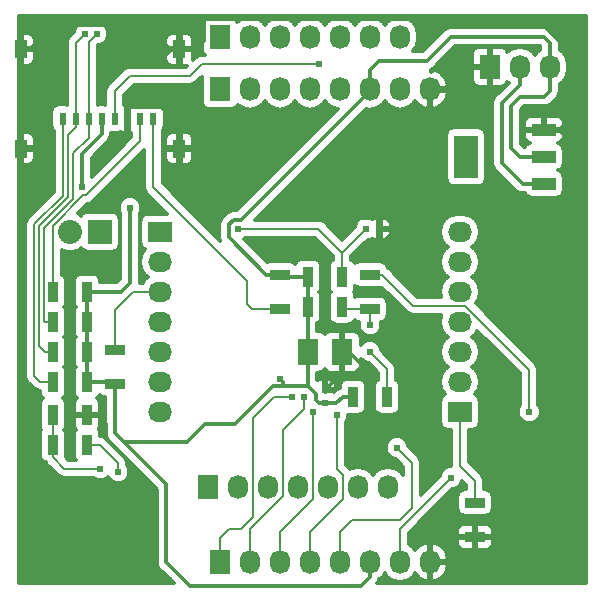
<source format=gbl>
G04 #@! TF.FileFunction,Copper,L2,Bot,Mixed*
%FSLAX46Y46*%
G04 Gerber Fmt 4.6, Leading zero omitted, Abs format (unit mm)*
G04 Created by KiCad (PCBNEW 4.0.1-stable) date Sun 03 Jan 2016 01:50:34 PM EET*
%MOMM*%
G01*
G04 APERTURE LIST*
%ADD10C,0.100000*%
%ADD11R,0.599440X1.049020*%
%ADD12R,1.049020X1.501140*%
%ADD13R,1.800000X2.230000*%
%ADD14R,0.600000X0.500000*%
%ADD15R,0.500000X0.600000*%
%ADD16R,2.032000X2.032000*%
%ADD17O,2.032000X2.032000*%
%ADD18R,2.032000X1.727200*%
%ADD19O,2.032000X1.727200*%
%ADD20R,1.727200X2.032000*%
%ADD21O,1.727200X2.032000*%
%ADD22R,1.700000X0.900000*%
%ADD23R,0.900000X1.700000*%
%ADD24R,2.032000X3.657600*%
%ADD25R,2.032000X1.016000*%
%ADD26C,0.610000*%
%ADD27C,0.310000*%
%ADD28C,0.203200*%
G04 APERTURE END LIST*
D10*
D11*
X127640080Y-79319120D03*
X128739900Y-79319120D03*
X129839720Y-79319120D03*
X130939540Y-79319120D03*
X132039360Y-79319120D03*
X133139180Y-79319120D03*
X134239000Y-79319120D03*
X135338820Y-79319120D03*
D12*
X124084080Y-81848960D03*
X137535920Y-81848960D03*
X124084080Y-73449180D03*
X137535920Y-73449180D03*
D13*
X151320000Y-99060000D03*
X148400000Y-99060000D03*
D14*
X153374000Y-88646000D03*
X154474000Y-88646000D03*
D15*
X149860000Y-103420000D03*
X149860000Y-102320000D03*
D16*
X130810000Y-88900000D03*
D17*
X128270000Y-88900000D03*
D18*
X135890000Y-88900000D03*
D19*
X135890000Y-91440000D03*
X135890000Y-93980000D03*
X135890000Y-96520000D03*
X135890000Y-99060000D03*
X135890000Y-101600000D03*
X135890000Y-104140000D03*
D18*
X161290000Y-104140000D03*
D19*
X161290000Y-101600000D03*
X161290000Y-99060000D03*
X161290000Y-96520000D03*
X161290000Y-93980000D03*
X161290000Y-91440000D03*
X161290000Y-88900000D03*
D20*
X163830000Y-74930000D03*
D21*
X166370000Y-74930000D03*
X168910000Y-74930000D03*
X158750000Y-76840000D03*
X156210000Y-76840000D03*
X153670000Y-76840000D03*
X151130000Y-76840000D03*
X148590000Y-76840000D03*
X146050000Y-76840000D03*
X143510000Y-76840000D03*
D20*
X140970000Y-76840000D03*
X140970000Y-116840000D03*
D21*
X143510000Y-116840000D03*
X146050000Y-116840000D03*
X148590000Y-116840000D03*
X151130000Y-116840000D03*
X153670000Y-116840000D03*
X156210000Y-116840000D03*
X158750000Y-116840000D03*
D22*
X153670000Y-95430000D03*
X153670000Y-92530000D03*
D23*
X126820000Y-106934000D03*
X129720000Y-106934000D03*
X129720000Y-104394000D03*
X126820000Y-104394000D03*
X148410000Y-95250000D03*
X151310000Y-95250000D03*
X152220000Y-102870000D03*
X155120000Y-102870000D03*
D22*
X132080000Y-101780000D03*
X132080000Y-98880000D03*
D23*
X148410000Y-92710000D03*
X151310000Y-92710000D03*
D22*
X162560000Y-114734000D03*
X162560000Y-111834000D03*
X146050000Y-92530000D03*
X146050000Y-95430000D03*
D23*
X129720000Y-93980000D03*
X126820000Y-93980000D03*
X129720000Y-96520000D03*
X126820000Y-96520000D03*
X129720000Y-99060000D03*
X126820000Y-99060000D03*
X129720000Y-101600000D03*
X126820000Y-101600000D03*
D24*
X161798000Y-82550000D03*
D25*
X168402000Y-82550000D03*
X168402000Y-84836000D03*
X168402000Y-80264000D03*
D20*
X140970000Y-72390000D03*
D21*
X143510000Y-72390000D03*
X146050000Y-72390000D03*
X148590000Y-72390000D03*
X151130000Y-72390000D03*
X153670000Y-72390000D03*
X156210000Y-72390000D03*
D20*
X139954000Y-110490000D03*
D21*
X142494000Y-110490000D03*
X145034000Y-110490000D03*
X147574000Y-110490000D03*
X150114000Y-110490000D03*
X152654000Y-110490000D03*
X155194000Y-110490000D03*
D26*
X136144000Y-77216000D03*
X136144000Y-74168000D03*
X153670000Y-100838000D03*
X136652000Y-118364000D03*
X169926000Y-86868000D03*
X133350000Y-86868000D03*
X129286000Y-85090000D03*
X146050000Y-101346000D03*
X142494000Y-88646000D03*
X132334000Y-109220000D03*
X130810000Y-108966000D03*
X153670000Y-96774000D03*
X153670000Y-99060000D03*
X167140010Y-104140000D03*
X129540000Y-72136000D03*
X130556000Y-72136000D03*
X150876000Y-104394000D03*
X149352000Y-74676000D03*
X155956000Y-107188000D03*
X160528000Y-109728000D03*
X148844000Y-104140000D03*
X148082000Y-102870000D03*
X147066000Y-102870000D03*
D27*
X136144000Y-77216000D02*
X136144000Y-78463068D01*
X136144000Y-78463068D02*
X137535920Y-79854988D01*
X137535920Y-73449180D02*
X136862820Y-73449180D01*
X136862820Y-73449180D02*
X136144000Y-74168000D01*
X139641399Y-71001999D02*
X139641399Y-72702601D01*
X167797825Y-70908999D02*
X170434000Y-73545174D01*
X139734399Y-70908999D02*
X167797825Y-70908999D01*
X139641399Y-71001999D02*
X139734399Y-70908999D01*
X169672000Y-80264000D02*
X170434000Y-79502000D01*
X170434000Y-73545174D02*
X170434000Y-79502000D01*
X138894820Y-73449180D02*
X137535920Y-73449180D01*
X139641399Y-72702601D02*
X138894820Y-73449180D01*
X137535920Y-73449180D02*
X137535920Y-73675240D01*
X137535920Y-81848960D02*
X137535920Y-79854988D01*
X137535920Y-79854988D02*
X136010541Y-78329609D01*
X136010541Y-78329609D02*
X133294181Y-78329609D01*
X133294181Y-78329609D02*
X133139180Y-78484610D01*
X133139180Y-78484610D02*
X133139180Y-79319120D01*
X137535920Y-73449180D02*
X136701410Y-73449180D01*
X127001771Y-71365999D02*
X124918590Y-73449180D01*
X134618229Y-71365999D02*
X127001771Y-71365999D01*
X124918590Y-73449180D02*
X124084080Y-73449180D01*
X136701410Y-73449180D02*
X134618229Y-71365999D01*
X131318000Y-106426000D02*
X135636000Y-110744000D01*
X129720000Y-104394000D02*
X130556000Y-104394000D01*
X131318000Y-105156000D02*
X130556000Y-104394000D01*
X131318000Y-105156000D02*
X131318000Y-106426000D01*
X135636000Y-110744000D02*
X135636000Y-117348000D01*
X151892000Y-99060000D02*
X153670000Y-100838000D01*
X151320000Y-99060000D02*
X151320000Y-100860000D01*
X151320000Y-100860000D02*
X149860000Y-102320000D01*
X136652000Y-118364000D02*
X135636000Y-117348000D01*
X169926000Y-86868000D02*
X166370000Y-86868000D01*
X163830000Y-84328000D02*
X163830000Y-74930000D01*
X166370000Y-86868000D02*
X163830000Y-84328000D01*
X162560000Y-114734000D02*
X162560000Y-115824000D01*
X161544000Y-116840000D02*
X158750000Y-116840000D01*
X162560000Y-115824000D02*
X161544000Y-116840000D01*
X158750000Y-76840000D02*
X158750000Y-85598000D01*
X155702000Y-88646000D02*
X154474000Y-88646000D01*
X158750000Y-85598000D02*
X155702000Y-88646000D01*
X124084080Y-73449180D02*
X124084080Y-81848960D01*
X169672000Y-80264000D02*
X168402000Y-80264000D01*
X169926000Y-86868000D02*
X170434000Y-86360000D01*
X170434000Y-86360000D02*
X170434000Y-81026000D01*
X170434000Y-81026000D02*
X169672000Y-80264000D01*
X151320000Y-99060000D02*
X151892000Y-99060000D01*
X146050000Y-92530000D02*
X144890000Y-92530000D01*
X144890000Y-92530000D02*
X141723999Y-89363999D01*
X141723999Y-89363999D02*
X141723999Y-88276399D01*
X141723999Y-88276399D02*
X142124399Y-87875999D01*
X142124399Y-87875999D02*
X142786401Y-87875999D01*
X142786401Y-87875999D02*
X153670000Y-76992400D01*
X153670000Y-76992400D02*
X153670000Y-76840000D01*
X136398000Y-110236000D02*
X136398000Y-116840000D01*
X136398000Y-116840000D02*
X138430000Y-118872000D01*
X138430000Y-118872000D02*
X152908000Y-118872000D01*
X152908000Y-118872000D02*
X153670000Y-118110000D01*
X153670000Y-116840000D02*
X153670000Y-118110000D01*
X136398000Y-110236000D02*
X132842000Y-106680000D01*
X168910000Y-72898000D02*
X168402000Y-72390000D01*
X168910000Y-74930000D02*
X168910000Y-72898000D01*
X154432000Y-74422000D02*
X153670000Y-75184000D01*
X158496000Y-74422000D02*
X154432000Y-74422000D01*
X160528000Y-72390000D02*
X158496000Y-74422000D01*
X153670000Y-75184000D02*
X153670000Y-76840000D01*
X168402000Y-72390000D02*
X160528000Y-72390000D01*
X148410000Y-92710000D02*
X146230000Y-92710000D01*
X146230000Y-92710000D02*
X146050000Y-92530000D01*
X130939540Y-79319120D02*
X130939540Y-80642460D01*
X132588000Y-93980000D02*
X133350000Y-93218000D01*
X133350000Y-93218000D02*
X133350000Y-86868000D01*
X132588000Y-93980000D02*
X129720000Y-93980000D01*
X129286000Y-82296000D02*
X129286000Y-85090000D01*
X130939540Y-80642460D02*
X129286000Y-82296000D01*
X148336000Y-101960000D02*
X148442000Y-101960000D01*
X149394000Y-103420000D02*
X149860000Y-103420000D01*
X149098000Y-103124000D02*
X149394000Y-103420000D01*
X149098000Y-102616000D02*
X149098000Y-103124000D01*
X148442000Y-101960000D02*
X149098000Y-102616000D01*
X165608000Y-81788000D02*
X165608000Y-78232000D01*
X129720000Y-93980000D02*
X129720000Y-96520000D01*
X129720000Y-99060000D02*
X129720000Y-96520000D01*
X129720000Y-101600000D02*
X129720000Y-99060000D01*
X129720000Y-101600000D02*
X131900000Y-101600000D01*
X131900000Y-101600000D02*
X132080000Y-101780000D01*
X168402000Y-82550000D02*
X166370000Y-82550000D01*
X168910000Y-76962000D02*
X168910000Y-74930000D01*
X168402000Y-77470000D02*
X168910000Y-76962000D01*
X166370000Y-77470000D02*
X168402000Y-77470000D01*
X165608000Y-78232000D02*
X166370000Y-77470000D01*
X166370000Y-82550000D02*
X165608000Y-81788000D01*
X132080000Y-101780000D02*
X132080000Y-105918000D01*
X132842000Y-106680000D02*
X138176000Y-106680000D01*
X138176000Y-106680000D02*
X139700000Y-105156000D01*
X139700000Y-105156000D02*
X142240000Y-105156000D01*
X142240000Y-105156000D02*
X145436000Y-101960000D01*
X145436000Y-101960000D02*
X146304000Y-101960000D01*
X132080000Y-105918000D02*
X132842000Y-106680000D01*
X146304000Y-101960000D02*
X146304000Y-101600000D01*
X146304000Y-101600000D02*
X146050000Y-101346000D01*
X146304000Y-101960000D02*
X148336000Y-101960000D01*
X148336000Y-101960000D02*
X148400000Y-101960000D01*
X148400000Y-99060000D02*
X148400000Y-101960000D01*
X152220000Y-102870000D02*
X151384000Y-102870000D01*
X150834000Y-103420000D02*
X149860000Y-103420000D01*
X151384000Y-102870000D02*
X150834000Y-103420000D01*
X148410000Y-92710000D02*
X148410000Y-95250000D01*
X148410000Y-95250000D02*
X148400000Y-95260000D01*
X148400000Y-95260000D02*
X148400000Y-99060000D01*
D28*
X142494000Y-88646000D02*
X149296000Y-88646000D01*
X149296000Y-88646000D02*
X151310000Y-90660000D01*
X151310000Y-92710000D02*
X151310000Y-90660000D01*
X151310000Y-90660000D02*
X153324000Y-88646000D01*
X153324000Y-88646000D02*
X153374000Y-88646000D01*
X132334000Y-109220000D02*
X132334000Y-108458000D01*
X130810000Y-106934000D02*
X129720000Y-106934000D01*
X132334000Y-108458000D02*
X130810000Y-106934000D01*
X126820000Y-106934000D02*
X126820000Y-107987200D01*
X126820000Y-107987200D02*
X127798800Y-108966000D01*
X127798800Y-108966000D02*
X130810000Y-108966000D01*
X126820000Y-106934000D02*
X126820000Y-104394000D01*
X132080000Y-98880000D02*
X132080000Y-95504000D01*
X133604000Y-93980000D02*
X135890000Y-93980000D01*
X132080000Y-95504000D02*
X133604000Y-93980000D01*
D27*
X166370000Y-74930000D02*
X166370000Y-76454000D01*
X166624000Y-84836000D02*
X164846000Y-83058000D01*
X164846000Y-83058000D02*
X164846000Y-77978000D01*
X168402000Y-84836000D02*
X166624000Y-84836000D01*
X166370000Y-76454000D02*
X164846000Y-77978000D01*
X167386000Y-84836000D02*
X168402000Y-84836000D01*
D28*
X153670000Y-95430000D02*
X153670000Y-96774000D01*
X153670000Y-95430000D02*
X151490000Y-95430000D01*
X151490000Y-95430000D02*
X151310000Y-95250000D01*
X155120000Y-100510000D02*
X155120000Y-102870000D01*
X153670000Y-99060000D02*
X155120000Y-100510000D01*
X161290000Y-104140000D02*
X161290000Y-108712000D01*
X162560000Y-109982000D02*
X162560000Y-111834000D01*
X161290000Y-108712000D02*
X162560000Y-109982000D01*
X167140010Y-104140000D02*
X167140010Y-100565229D01*
X167140010Y-100565229D02*
X161723191Y-95148410D01*
X161723191Y-95148410D02*
X157341610Y-95148410D01*
X157341610Y-95148410D02*
X154723200Y-92530000D01*
X154723200Y-92530000D02*
X153670000Y-92530000D01*
X125252379Y-101122379D02*
X125730000Y-101600000D01*
X125730000Y-101600000D02*
X126820000Y-101600000D01*
X127640080Y-79319120D02*
X127640080Y-85850884D01*
X127640080Y-85850884D02*
X125252379Y-88238585D01*
X125252379Y-88238585D02*
X125252379Y-101122379D01*
X143256000Y-94996000D02*
X143690000Y-95430000D01*
X143690000Y-95430000D02*
X146050000Y-95430000D01*
X143256000Y-93036000D02*
X143256000Y-94996000D01*
X135338820Y-79319120D02*
X135338820Y-85118820D01*
X135338820Y-85118820D02*
X143256000Y-93036000D01*
X128739900Y-79319120D02*
X128739900Y-80046830D01*
X128739900Y-80046830D02*
X128117590Y-80669140D01*
X128117590Y-80669140D02*
X128117590Y-85948124D01*
X128117590Y-85948124D02*
X125658789Y-88406925D01*
X125658789Y-88406925D02*
X125658789Y-98551989D01*
X125658789Y-98551989D02*
X126166800Y-99060000D01*
X126166800Y-99060000D02*
X126820000Y-99060000D01*
X128739900Y-79319120D02*
X128739900Y-72936100D01*
X128739900Y-72936100D02*
X129540000Y-72136000D01*
X129839720Y-79319120D02*
X129839720Y-80940974D01*
X129839720Y-80940974D02*
X128524000Y-82256694D01*
X128524000Y-82256694D02*
X128524000Y-86116464D01*
X126166800Y-96520000D02*
X126820000Y-96520000D01*
X128524000Y-86116464D02*
X126065199Y-88575265D01*
X126065199Y-88575265D02*
X126065199Y-96418399D01*
X126065199Y-96418399D02*
X126166800Y-96520000D01*
X126820000Y-96120000D02*
X126820000Y-96520000D01*
X129839720Y-79319120D02*
X129839720Y-72852280D01*
X129839720Y-72852280D02*
X130556000Y-72136000D01*
X148590000Y-116840000D02*
X148590000Y-114300000D01*
X150876000Y-108966000D02*
X150876000Y-104394000D01*
X151384000Y-109474000D02*
X150876000Y-108966000D01*
X151384000Y-111506000D02*
X151384000Y-109474000D01*
X148590000Y-114300000D02*
X151384000Y-111506000D01*
X132039360Y-77002640D02*
X132039360Y-79319120D01*
X133350000Y-75692000D02*
X132039360Y-77002640D01*
X138430000Y-75692000D02*
X133350000Y-75692000D01*
X139446000Y-74676000D02*
X138430000Y-75692000D01*
X149352000Y-74676000D02*
X139446000Y-74676000D01*
X151130000Y-114300000D02*
X152146000Y-113284000D01*
X151130000Y-116840000D02*
X151130000Y-114300000D01*
X155956000Y-107188000D02*
X157226000Y-108458000D01*
X157226000Y-108458000D02*
X157226000Y-112268000D01*
X157226000Y-112268000D02*
X156210000Y-113284000D01*
X156210000Y-113284000D02*
X152146000Y-113284000D01*
X126820000Y-93980000D02*
X126820000Y-88395214D01*
X129629969Y-85806601D02*
X134239000Y-81197570D01*
X126820000Y-88395214D02*
X129408613Y-85806601D01*
X129408613Y-85806601D02*
X129629969Y-85806601D01*
X134239000Y-81197570D02*
X134239000Y-79319120D01*
X156210000Y-114046000D02*
X160528000Y-109728000D01*
X156210000Y-116840000D02*
X156210000Y-114046000D01*
X146050000Y-114300000D02*
X148844000Y-111506000D01*
X148844000Y-111506000D02*
X148844000Y-104140000D01*
X146050000Y-114300000D02*
X146050000Y-116840000D01*
X148082000Y-103886000D02*
X146304000Y-105664000D01*
X143510000Y-116840000D02*
X143510000Y-114046000D01*
X148082000Y-103886000D02*
X148082000Y-102870000D01*
X146304000Y-111252000D02*
X146304000Y-105664000D01*
X143510000Y-114046000D02*
X146304000Y-111252000D01*
X140970000Y-116840000D02*
X140970000Y-114808000D01*
X145542000Y-102870000D02*
X147066000Y-102870000D01*
X143764000Y-104648000D02*
X145542000Y-102870000D01*
X143764000Y-113030000D02*
X143764000Y-104648000D01*
X142748000Y-114046000D02*
X143764000Y-113030000D01*
X141732000Y-114046000D02*
X142748000Y-114046000D01*
X140970000Y-114808000D02*
X141732000Y-114046000D01*
D27*
G36*
X171982000Y-118642000D02*
X154279426Y-118642000D01*
X154425733Y-118423035D01*
X154449123Y-118305448D01*
X154749469Y-118104763D01*
X154940000Y-117819613D01*
X155130531Y-118104763D01*
X155625795Y-118435688D01*
X156210000Y-118551894D01*
X156794205Y-118435688D01*
X157289469Y-118104763D01*
X157481273Y-117817708D01*
X157808471Y-118197454D01*
X158341295Y-118466032D01*
X158413909Y-118481545D01*
X158651000Y-118349644D01*
X158651000Y-116939000D01*
X158849000Y-116939000D01*
X158849000Y-118349644D01*
X159086091Y-118481545D01*
X159158705Y-118466032D01*
X159691529Y-118197454D01*
X160081014Y-117745417D01*
X160267864Y-117178740D01*
X160112577Y-116939000D01*
X158849000Y-116939000D01*
X158651000Y-116939000D01*
X158631000Y-116939000D01*
X158631000Y-116741000D01*
X158651000Y-116741000D01*
X158651000Y-115330356D01*
X158849000Y-115330356D01*
X158849000Y-116741000D01*
X160112577Y-116741000D01*
X160267864Y-116501260D01*
X160081014Y-115934583D01*
X159691529Y-115482546D01*
X159158705Y-115213968D01*
X159086091Y-115198455D01*
X158849000Y-115330356D01*
X158651000Y-115330356D01*
X158413909Y-115198455D01*
X158341295Y-115213968D01*
X157808471Y-115482546D01*
X157481273Y-115862292D01*
X157289469Y-115575237D01*
X156974600Y-115364848D01*
X156974600Y-114998750D01*
X161047000Y-114998750D01*
X161047000Y-115315879D01*
X161147936Y-115559559D01*
X161334441Y-115746064D01*
X161578121Y-115847000D01*
X162295250Y-115847000D01*
X162461000Y-115681250D01*
X162461000Y-114833000D01*
X162659000Y-114833000D01*
X162659000Y-115681250D01*
X162824750Y-115847000D01*
X163541879Y-115847000D01*
X163785559Y-115746064D01*
X163972064Y-115559559D01*
X164073000Y-115315879D01*
X164073000Y-114998750D01*
X163907250Y-114833000D01*
X162659000Y-114833000D01*
X162461000Y-114833000D01*
X161212750Y-114833000D01*
X161047000Y-114998750D01*
X156974600Y-114998750D01*
X156974600Y-114362708D01*
X157185187Y-114152121D01*
X161047000Y-114152121D01*
X161047000Y-114469250D01*
X161212750Y-114635000D01*
X162461000Y-114635000D01*
X162461000Y-113786750D01*
X162659000Y-113786750D01*
X162659000Y-114635000D01*
X163907250Y-114635000D01*
X164073000Y-114469250D01*
X164073000Y-114152121D01*
X163972064Y-113908441D01*
X163785559Y-113721936D01*
X163541879Y-113621000D01*
X162824750Y-113621000D01*
X162659000Y-113786750D01*
X162461000Y-113786750D01*
X162295250Y-113621000D01*
X161578121Y-113621000D01*
X161334441Y-113721936D01*
X161147936Y-113908441D01*
X161047000Y-114152121D01*
X157185187Y-114152121D01*
X160641209Y-110696099D01*
X160719702Y-110696167D01*
X161075611Y-110549109D01*
X161348152Y-110277044D01*
X161473020Y-109976328D01*
X161795400Y-110298708D01*
X161795400Y-110708012D01*
X161710000Y-110708012D01*
X161464307Y-110754242D01*
X161238653Y-110899447D01*
X161087270Y-111121003D01*
X161034012Y-111384000D01*
X161034012Y-112284000D01*
X161080242Y-112529693D01*
X161225447Y-112755347D01*
X161447003Y-112906730D01*
X161710000Y-112959988D01*
X163410000Y-112959988D01*
X163655693Y-112913758D01*
X163881347Y-112768553D01*
X164032730Y-112546997D01*
X164085988Y-112284000D01*
X164085988Y-111384000D01*
X164039758Y-111138307D01*
X163894553Y-110912653D01*
X163672997Y-110761270D01*
X163410000Y-110708012D01*
X163324600Y-110708012D01*
X163324600Y-109982000D01*
X163266398Y-109689400D01*
X163100654Y-109441346D01*
X162054600Y-108395292D01*
X162054600Y-105679588D01*
X162306000Y-105679588D01*
X162551693Y-105633358D01*
X162777347Y-105488153D01*
X162928730Y-105266597D01*
X162981988Y-105003600D01*
X162981988Y-103276400D01*
X162935758Y-103030707D01*
X162790553Y-102805053D01*
X162571060Y-102655079D01*
X162885688Y-102184205D01*
X163001894Y-101600000D01*
X162885688Y-101015795D01*
X162554763Y-100520531D01*
X162269613Y-100330000D01*
X162554763Y-100139469D01*
X162885688Y-99644205D01*
X163001894Y-99060000D01*
X162885688Y-98475795D01*
X162554763Y-97980531D01*
X162269613Y-97790000D01*
X162554763Y-97599469D01*
X162770327Y-97276854D01*
X166375410Y-100881937D01*
X166375410Y-103535501D01*
X166319858Y-103590956D01*
X166172179Y-103946608D01*
X166171843Y-104331702D01*
X166318901Y-104687611D01*
X166590966Y-104960152D01*
X166946618Y-105107831D01*
X167331712Y-105108167D01*
X167687621Y-104961109D01*
X167960162Y-104689044D01*
X168107841Y-104333392D01*
X168108177Y-103948298D01*
X167961119Y-103592389D01*
X167904610Y-103535781D01*
X167904610Y-100565229D01*
X167846408Y-100272629D01*
X167680664Y-100024575D01*
X162619168Y-94963079D01*
X162885688Y-94564205D01*
X163001894Y-93980000D01*
X162885688Y-93395795D01*
X162554763Y-92900531D01*
X162269613Y-92710000D01*
X162554763Y-92519469D01*
X162885688Y-92024205D01*
X163001894Y-91440000D01*
X162885688Y-90855795D01*
X162554763Y-90360531D01*
X162269613Y-90170000D01*
X162554763Y-89979469D01*
X162885688Y-89484205D01*
X163001894Y-88900000D01*
X162885688Y-88315795D01*
X162554763Y-87820531D01*
X162059499Y-87489606D01*
X161475294Y-87373400D01*
X161104706Y-87373400D01*
X160520501Y-87489606D01*
X160025237Y-87820531D01*
X159694312Y-88315795D01*
X159578106Y-88900000D01*
X159694312Y-89484205D01*
X160025237Y-89979469D01*
X160310387Y-90170000D01*
X160025237Y-90360531D01*
X159694312Y-90855795D01*
X159578106Y-91440000D01*
X159694312Y-92024205D01*
X160025237Y-92519469D01*
X160310387Y-92710000D01*
X160025237Y-92900531D01*
X159694312Y-93395795D01*
X159578106Y-93980000D01*
X159658429Y-94383810D01*
X157658318Y-94383810D01*
X155263854Y-91989346D01*
X155211354Y-91954267D01*
X155166718Y-91924442D01*
X155149758Y-91834307D01*
X155004553Y-91608653D01*
X154782997Y-91457270D01*
X154520000Y-91404012D01*
X152820000Y-91404012D01*
X152574307Y-91450242D01*
X152369139Y-91582264D01*
X152244553Y-91388653D01*
X152074600Y-91272529D01*
X152074600Y-90976708D01*
X153479320Y-89571988D01*
X153674000Y-89571988D01*
X153919693Y-89525758D01*
X153936210Y-89515130D01*
X154042121Y-89559000D01*
X154209250Y-89559000D01*
X154375000Y-89393250D01*
X154375000Y-88745000D01*
X154573000Y-88745000D01*
X154573000Y-89393250D01*
X154738750Y-89559000D01*
X154905879Y-89559000D01*
X155149559Y-89458064D01*
X155336064Y-89271559D01*
X155437000Y-89027879D01*
X155437000Y-88910750D01*
X155271250Y-88745000D01*
X154573000Y-88745000D01*
X154375000Y-88745000D01*
X154355000Y-88745000D01*
X154355000Y-88547000D01*
X154375000Y-88547000D01*
X154375000Y-87898750D01*
X154573000Y-87898750D01*
X154573000Y-88547000D01*
X155271250Y-88547000D01*
X155437000Y-88381250D01*
X155437000Y-88264121D01*
X155336064Y-88020441D01*
X155149559Y-87833936D01*
X154905879Y-87733000D01*
X154738750Y-87733000D01*
X154573000Y-87898750D01*
X154375000Y-87898750D01*
X154209250Y-87733000D01*
X154042121Y-87733000D01*
X153939980Y-87775308D01*
X153936997Y-87773270D01*
X153674000Y-87720012D01*
X153074000Y-87720012D01*
X152828307Y-87766242D01*
X152602653Y-87911447D01*
X152451270Y-88133003D01*
X152398012Y-88396000D01*
X152398012Y-88490680D01*
X151310000Y-89578692D01*
X149836654Y-88105346D01*
X149824097Y-88096956D01*
X149588600Y-87939602D01*
X149296000Y-87881400D01*
X143937826Y-87881400D01*
X151098026Y-80721200D01*
X160106012Y-80721200D01*
X160106012Y-84378800D01*
X160152242Y-84624493D01*
X160297447Y-84850147D01*
X160519003Y-85001530D01*
X160782000Y-85054788D01*
X162814000Y-85054788D01*
X163059693Y-85008558D01*
X163285347Y-84863353D01*
X163436730Y-84641797D01*
X163489988Y-84378800D01*
X163489988Y-80721200D01*
X163443758Y-80475507D01*
X163298553Y-80249853D01*
X163076997Y-80098470D01*
X162814000Y-80045212D01*
X160782000Y-80045212D01*
X160536307Y-80091442D01*
X160310653Y-80236647D01*
X160159270Y-80458203D01*
X160106012Y-80721200D01*
X151098026Y-80721200D01*
X153334140Y-78485087D01*
X153670000Y-78551894D01*
X154254205Y-78435688D01*
X154749469Y-78104763D01*
X154940000Y-77819613D01*
X155130531Y-78104763D01*
X155625795Y-78435688D01*
X156210000Y-78551894D01*
X156794205Y-78435688D01*
X157289469Y-78104763D01*
X157481273Y-77817708D01*
X157808471Y-78197454D01*
X158341295Y-78466032D01*
X158413909Y-78481545D01*
X158651000Y-78349644D01*
X158651000Y-76939000D01*
X158849000Y-76939000D01*
X158849000Y-78349644D01*
X159086091Y-78481545D01*
X159158705Y-78466032D01*
X159691529Y-78197454D01*
X160081014Y-77745417D01*
X160267864Y-77178740D01*
X160112577Y-76939000D01*
X158849000Y-76939000D01*
X158651000Y-76939000D01*
X158631000Y-76939000D01*
X158631000Y-76741000D01*
X158651000Y-76741000D01*
X158651000Y-76721000D01*
X158849000Y-76721000D01*
X158849000Y-76741000D01*
X160112577Y-76741000D01*
X160267864Y-76501260D01*
X160081014Y-75934583D01*
X159691529Y-75482546D01*
X159158705Y-75213968D01*
X159086091Y-75198455D01*
X158849002Y-75330355D01*
X158849002Y-75194750D01*
X162303400Y-75194750D01*
X162303400Y-76077879D01*
X162404336Y-76321559D01*
X162590841Y-76508064D01*
X162834521Y-76609000D01*
X163565250Y-76609000D01*
X163731000Y-76443250D01*
X163731000Y-75029000D01*
X162469150Y-75029000D01*
X162303400Y-75194750D01*
X158849002Y-75194750D01*
X158849002Y-75161000D01*
X158834078Y-75161000D01*
X159074413Y-75000413D01*
X160292705Y-73782121D01*
X162303400Y-73782121D01*
X162303400Y-74665250D01*
X162469150Y-74831000D01*
X163731000Y-74831000D01*
X163731000Y-73416750D01*
X163565250Y-73251000D01*
X162834521Y-73251000D01*
X162590841Y-73351936D01*
X162404336Y-73538441D01*
X162303400Y-73782121D01*
X160292705Y-73782121D01*
X160866826Y-73208000D01*
X168063174Y-73208000D01*
X168092000Y-73236827D01*
X168092000Y-73490529D01*
X167830531Y-73665237D01*
X167640000Y-73950387D01*
X167449469Y-73665237D01*
X166954205Y-73334312D01*
X166370000Y-73218106D01*
X165785795Y-73334312D01*
X165304358Y-73655998D01*
X165255664Y-73538441D01*
X165069159Y-73351936D01*
X164825479Y-73251000D01*
X164094750Y-73251000D01*
X163929000Y-73416750D01*
X163929000Y-74831000D01*
X163949000Y-74831000D01*
X163949000Y-75029000D01*
X163929000Y-75029000D01*
X163929000Y-76443250D01*
X164094750Y-76609000D01*
X164825479Y-76609000D01*
X165069159Y-76508064D01*
X165255664Y-76321559D01*
X165304358Y-76204002D01*
X165399560Y-76267614D01*
X164267587Y-77399587D01*
X164090267Y-77664965D01*
X164028000Y-77978000D01*
X164028000Y-83058000D01*
X164090267Y-83371035D01*
X164267587Y-83636413D01*
X166045587Y-85414414D01*
X166307912Y-85589693D01*
X166310965Y-85591733D01*
X166624000Y-85654000D01*
X166797623Y-85654000D01*
X166901447Y-85815347D01*
X167123003Y-85966730D01*
X167386000Y-86019988D01*
X169418000Y-86019988D01*
X169663693Y-85973758D01*
X169889347Y-85828553D01*
X170040730Y-85606997D01*
X170093988Y-85344000D01*
X170093988Y-84328000D01*
X170047758Y-84082307D01*
X169902553Y-83856653D01*
X169680997Y-83705270D01*
X169627837Y-83694505D01*
X169663693Y-83687758D01*
X169889347Y-83542553D01*
X170040730Y-83320997D01*
X170093988Y-83058000D01*
X170093988Y-82042000D01*
X170047758Y-81796307D01*
X169902553Y-81570653D01*
X169680997Y-81419270D01*
X169618438Y-81406602D01*
X169793559Y-81334064D01*
X169980064Y-81147559D01*
X170081000Y-80903879D01*
X170081000Y-80528750D01*
X169915250Y-80363000D01*
X168501000Y-80363000D01*
X168501000Y-80383000D01*
X168303000Y-80383000D01*
X168303000Y-80363000D01*
X166888750Y-80363000D01*
X166723000Y-80528750D01*
X166723000Y-80903879D01*
X166823936Y-81147559D01*
X167010441Y-81334064D01*
X167180789Y-81404625D01*
X167140307Y-81412242D01*
X166914653Y-81557447D01*
X166795386Y-81732000D01*
X166708827Y-81732000D01*
X166426000Y-81449174D01*
X166426000Y-79624121D01*
X166723000Y-79624121D01*
X166723000Y-79999250D01*
X166888750Y-80165000D01*
X168303000Y-80165000D01*
X168303000Y-79258750D01*
X168501000Y-79258750D01*
X168501000Y-80165000D01*
X169915250Y-80165000D01*
X170081000Y-79999250D01*
X170081000Y-79624121D01*
X169980064Y-79380441D01*
X169793559Y-79193936D01*
X169549879Y-79093000D01*
X168666750Y-79093000D01*
X168501000Y-79258750D01*
X168303000Y-79258750D01*
X168137250Y-79093000D01*
X167254121Y-79093000D01*
X167010441Y-79193936D01*
X166823936Y-79380441D01*
X166723000Y-79624121D01*
X166426000Y-79624121D01*
X166426000Y-78570826D01*
X166708827Y-78288000D01*
X168402000Y-78288000D01*
X168715035Y-78225733D01*
X168980413Y-78048413D01*
X169488413Y-77540414D01*
X169665733Y-77275035D01*
X169688615Y-77160000D01*
X169728000Y-76962000D01*
X169728000Y-76369471D01*
X169989469Y-76194763D01*
X170320394Y-75699499D01*
X170436600Y-75115294D01*
X170436600Y-74744706D01*
X170320394Y-74160501D01*
X169989469Y-73665237D01*
X169728000Y-73490529D01*
X169728000Y-72898000D01*
X169665733Y-72584965D01*
X169648838Y-72559680D01*
X169488413Y-72319586D01*
X168980413Y-71811587D01*
X168715035Y-71634267D01*
X168402000Y-71572000D01*
X160528000Y-71572000D01*
X160214965Y-71634267D01*
X159949587Y-71811587D01*
X158157174Y-73604000D01*
X157323388Y-73604000D01*
X157620394Y-73159499D01*
X157736600Y-72575294D01*
X157736600Y-72204706D01*
X157620394Y-71620501D01*
X157289469Y-71125237D01*
X156794205Y-70794312D01*
X156210000Y-70678106D01*
X155625795Y-70794312D01*
X155130531Y-71125237D01*
X154940000Y-71410387D01*
X154749469Y-71125237D01*
X154254205Y-70794312D01*
X153670000Y-70678106D01*
X153085795Y-70794312D01*
X152590531Y-71125237D01*
X152400000Y-71410387D01*
X152209469Y-71125237D01*
X151714205Y-70794312D01*
X151130000Y-70678106D01*
X150545795Y-70794312D01*
X150050531Y-71125237D01*
X149860000Y-71410387D01*
X149669469Y-71125237D01*
X149174205Y-70794312D01*
X148590000Y-70678106D01*
X148005795Y-70794312D01*
X147510531Y-71125237D01*
X147320000Y-71410387D01*
X147129469Y-71125237D01*
X146634205Y-70794312D01*
X146050000Y-70678106D01*
X145465795Y-70794312D01*
X144970531Y-71125237D01*
X144780000Y-71410387D01*
X144589469Y-71125237D01*
X144094205Y-70794312D01*
X143510000Y-70678106D01*
X142925795Y-70794312D01*
X142452106Y-71110821D01*
X142318153Y-70902653D01*
X142096597Y-70751270D01*
X141833600Y-70698012D01*
X140106400Y-70698012D01*
X139860707Y-70744242D01*
X139635053Y-70889447D01*
X139483670Y-71111003D01*
X139430412Y-71374000D01*
X139430412Y-73406000D01*
X139476642Y-73651693D01*
X139621847Y-73877347D01*
X139671685Y-73911400D01*
X139446000Y-73911400D01*
X139153400Y-73969602D01*
X138985202Y-74081988D01*
X138905346Y-74135346D01*
X138723430Y-74317262D01*
X138723430Y-73713930D01*
X138557680Y-73548180D01*
X137634920Y-73548180D01*
X137634920Y-74697000D01*
X137800670Y-74862750D01*
X138177942Y-74862750D01*
X138113292Y-74927400D01*
X133350000Y-74927400D01*
X133057400Y-74985602D01*
X132863302Y-75115294D01*
X132809346Y-75151346D01*
X131498706Y-76461986D01*
X131332962Y-76710040D01*
X131274760Y-77002640D01*
X131274760Y-78125811D01*
X131239260Y-78118622D01*
X130639820Y-78118622D01*
X130604320Y-78125302D01*
X130604320Y-73713930D01*
X136348410Y-73713930D01*
X136348410Y-74331629D01*
X136449346Y-74575309D01*
X136635851Y-74761814D01*
X136879531Y-74862750D01*
X137271170Y-74862750D01*
X137436920Y-74697000D01*
X137436920Y-73548180D01*
X136514160Y-73548180D01*
X136348410Y-73713930D01*
X130604320Y-73713930D01*
X130604320Y-73168988D01*
X130669209Y-73104099D01*
X130747702Y-73104167D01*
X131103611Y-72957109D01*
X131376152Y-72685044D01*
X131425279Y-72566731D01*
X136348410Y-72566731D01*
X136348410Y-73184430D01*
X136514160Y-73350180D01*
X137436920Y-73350180D01*
X137436920Y-72201360D01*
X137634920Y-72201360D01*
X137634920Y-73350180D01*
X138557680Y-73350180D01*
X138723430Y-73184430D01*
X138723430Y-72566731D01*
X138622494Y-72323051D01*
X138435989Y-72136546D01*
X138192309Y-72035610D01*
X137800670Y-72035610D01*
X137634920Y-72201360D01*
X137436920Y-72201360D01*
X137271170Y-72035610D01*
X136879531Y-72035610D01*
X136635851Y-72136546D01*
X136449346Y-72323051D01*
X136348410Y-72566731D01*
X131425279Y-72566731D01*
X131523831Y-72329392D01*
X131524167Y-71944298D01*
X131377109Y-71588389D01*
X131105044Y-71315848D01*
X130749392Y-71168169D01*
X130364298Y-71167833D01*
X130047661Y-71298664D01*
X129733392Y-71168169D01*
X129348298Y-71167833D01*
X128992389Y-71314891D01*
X128719848Y-71586956D01*
X128572169Y-71942608D01*
X128572099Y-72022593D01*
X128199246Y-72395446D01*
X128033502Y-72643500D01*
X127975300Y-72936100D01*
X127975300Y-78125811D01*
X127939800Y-78118622D01*
X127340360Y-78118622D01*
X127094667Y-78164852D01*
X126869013Y-78310057D01*
X126717630Y-78531613D01*
X126664372Y-78794610D01*
X126664372Y-79843630D01*
X126710602Y-80089323D01*
X126855807Y-80314977D01*
X126875480Y-80328419D01*
X126875480Y-85534176D01*
X124711725Y-87697931D01*
X124545981Y-87945985D01*
X124487779Y-88238585D01*
X124487779Y-101122379D01*
X124545981Y-101414979D01*
X124574684Y-101457936D01*
X124711725Y-101663033D01*
X125189346Y-102140654D01*
X125437400Y-102306398D01*
X125694012Y-102357442D01*
X125694012Y-102450000D01*
X125740242Y-102695693D01*
X125885447Y-102921347D01*
X125995940Y-102996844D01*
X125898653Y-103059447D01*
X125747270Y-103281003D01*
X125694012Y-103544000D01*
X125694012Y-105244000D01*
X125740242Y-105489693D01*
X125853444Y-105665613D01*
X125747270Y-105821003D01*
X125694012Y-106084000D01*
X125694012Y-107784000D01*
X125740242Y-108029693D01*
X125885447Y-108255347D01*
X126107003Y-108406730D01*
X126212718Y-108428138D01*
X126279346Y-108527854D01*
X127258146Y-109506654D01*
X127506200Y-109672398D01*
X127798800Y-109730600D01*
X130205501Y-109730600D01*
X130260956Y-109786152D01*
X130616608Y-109933831D01*
X131001702Y-109934167D01*
X131357611Y-109787109D01*
X131473250Y-109671672D01*
X131512891Y-109767611D01*
X131784956Y-110040152D01*
X132140608Y-110187831D01*
X132525702Y-110188167D01*
X132881611Y-110041109D01*
X133154152Y-109769044D01*
X133301831Y-109413392D01*
X133302167Y-109028298D01*
X133155109Y-108672389D01*
X133098600Y-108615781D01*
X133098600Y-108458000D01*
X133040398Y-108165400D01*
X132874654Y-107917346D01*
X131350654Y-106393346D01*
X131311061Y-106366891D01*
X131102600Y-106227602D01*
X130845988Y-106176558D01*
X130845988Y-106084000D01*
X130799758Y-105838307D01*
X130687605Y-105664018D01*
X130732064Y-105619559D01*
X130833000Y-105375879D01*
X130833000Y-104658750D01*
X130667250Y-104493000D01*
X129819000Y-104493000D01*
X129819000Y-104513000D01*
X129621000Y-104513000D01*
X129621000Y-104493000D01*
X128772750Y-104493000D01*
X128607000Y-104658750D01*
X128607000Y-105375879D01*
X128707936Y-105619559D01*
X128753665Y-105665288D01*
X128647270Y-105821003D01*
X128594012Y-106084000D01*
X128594012Y-107784000D01*
X128640242Y-108029693D01*
X128750733Y-108201400D01*
X128115508Y-108201400D01*
X127904244Y-107990136D01*
X127945988Y-107784000D01*
X127945988Y-106084000D01*
X127899758Y-105838307D01*
X127786556Y-105662387D01*
X127892730Y-105506997D01*
X127945988Y-105244000D01*
X127945988Y-103544000D01*
X127899758Y-103298307D01*
X127754553Y-103072653D01*
X127644060Y-102997156D01*
X127741347Y-102934553D01*
X127892730Y-102712997D01*
X127945988Y-102450000D01*
X127945988Y-100750000D01*
X127899758Y-100504307D01*
X127786556Y-100328387D01*
X127892730Y-100172997D01*
X127945988Y-99910000D01*
X127945988Y-98210000D01*
X127899758Y-97964307D01*
X127786556Y-97788387D01*
X127892730Y-97632997D01*
X127945988Y-97370000D01*
X127945988Y-95670000D01*
X127899758Y-95424307D01*
X127786556Y-95248387D01*
X127892730Y-95092997D01*
X127945988Y-94830000D01*
X127945988Y-93130000D01*
X127899758Y-92884307D01*
X127754553Y-92658653D01*
X127584600Y-92542529D01*
X127584600Y-90455440D01*
X127627475Y-90484088D01*
X128270000Y-90611894D01*
X128912525Y-90484088D01*
X129233633Y-90269530D01*
X129309447Y-90387347D01*
X129531003Y-90538730D01*
X129794000Y-90591988D01*
X131826000Y-90591988D01*
X132071693Y-90545758D01*
X132297347Y-90400553D01*
X132448730Y-90178997D01*
X132501988Y-89916000D01*
X132501988Y-87884000D01*
X132455758Y-87638307D01*
X132310553Y-87412653D01*
X132088997Y-87261270D01*
X131826000Y-87208012D01*
X129794000Y-87208012D01*
X129548307Y-87254242D01*
X129322653Y-87399447D01*
X129233287Y-87530238D01*
X128953339Y-87343183D01*
X129748997Y-86547525D01*
X129922569Y-86512999D01*
X130170623Y-86347255D01*
X134574220Y-81943658D01*
X134574220Y-85118820D01*
X134632422Y-85411420D01*
X134700965Y-85514002D01*
X134798166Y-85659474D01*
X136499104Y-87360412D01*
X134874000Y-87360412D01*
X134628307Y-87406642D01*
X134402653Y-87551847D01*
X134251270Y-87773403D01*
X134198012Y-88036400D01*
X134198012Y-89763600D01*
X134244242Y-90009293D01*
X134389447Y-90234947D01*
X134608940Y-90384921D01*
X134294312Y-90855795D01*
X134178106Y-91440000D01*
X134294312Y-92024205D01*
X134625237Y-92519469D01*
X134910387Y-92710000D01*
X134625237Y-92900531D01*
X134414848Y-93215400D01*
X134168000Y-93215400D01*
X134168000Y-87419192D01*
X134170152Y-87417044D01*
X134317831Y-87061392D01*
X134318167Y-86676298D01*
X134171109Y-86320389D01*
X133899044Y-86047848D01*
X133543392Y-85900169D01*
X133158298Y-85899833D01*
X132802389Y-86046891D01*
X132529848Y-86318956D01*
X132382169Y-86674608D01*
X132381833Y-87059702D01*
X132528891Y-87415611D01*
X132532000Y-87418725D01*
X132532000Y-92879173D01*
X132249174Y-93162000D01*
X130845988Y-93162000D01*
X130845988Y-93130000D01*
X130799758Y-92884307D01*
X130654553Y-92658653D01*
X130432997Y-92507270D01*
X130170000Y-92454012D01*
X129270000Y-92454012D01*
X129024307Y-92500242D01*
X128798653Y-92645447D01*
X128647270Y-92867003D01*
X128594012Y-93130000D01*
X128594012Y-94830000D01*
X128640242Y-95075693D01*
X128753444Y-95251613D01*
X128647270Y-95407003D01*
X128594012Y-95670000D01*
X128594012Y-97370000D01*
X128640242Y-97615693D01*
X128753444Y-97791613D01*
X128647270Y-97947003D01*
X128594012Y-98210000D01*
X128594012Y-99910000D01*
X128640242Y-100155693D01*
X128753444Y-100331613D01*
X128647270Y-100487003D01*
X128594012Y-100750000D01*
X128594012Y-102450000D01*
X128640242Y-102695693D01*
X128785447Y-102921347D01*
X128886193Y-102990184D01*
X128707936Y-103168441D01*
X128607000Y-103412121D01*
X128607000Y-104129250D01*
X128772750Y-104295000D01*
X129621000Y-104295000D01*
X129621000Y-104275000D01*
X129819000Y-104275000D01*
X129819000Y-104295000D01*
X130667250Y-104295000D01*
X130833000Y-104129250D01*
X130833000Y-103412121D01*
X130732064Y-103168441D01*
X130554233Y-102990610D01*
X130641347Y-102934553D01*
X130783108Y-102727080D01*
X130967003Y-102852730D01*
X131230000Y-102905988D01*
X131262000Y-102905988D01*
X131262000Y-105918000D01*
X131324267Y-106231035D01*
X131501587Y-106496413D01*
X132263587Y-107258414D01*
X132263590Y-107258416D01*
X135580000Y-110574827D01*
X135580000Y-116840000D01*
X135642267Y-117153035D01*
X135819587Y-117418413D01*
X137043174Y-118642000D01*
X123928000Y-118642000D01*
X123928000Y-83153860D01*
X123985080Y-83096780D01*
X123985080Y-81947960D01*
X124183080Y-81947960D01*
X124183080Y-83096780D01*
X124348830Y-83262530D01*
X124740469Y-83262530D01*
X124984149Y-83161594D01*
X125170654Y-82975089D01*
X125271590Y-82731409D01*
X125271590Y-82113710D01*
X125105840Y-81947960D01*
X124183080Y-81947960D01*
X123985080Y-81947960D01*
X123965080Y-81947960D01*
X123965080Y-81749960D01*
X123985080Y-81749960D01*
X123985080Y-80601140D01*
X124183080Y-80601140D01*
X124183080Y-81749960D01*
X125105840Y-81749960D01*
X125271590Y-81584210D01*
X125271590Y-80966511D01*
X125170654Y-80722831D01*
X124984149Y-80536326D01*
X124740469Y-80435390D01*
X124348830Y-80435390D01*
X124183080Y-80601140D01*
X123985080Y-80601140D01*
X123928000Y-80544060D01*
X123928000Y-74754080D01*
X123985080Y-74697000D01*
X123985080Y-73548180D01*
X124183080Y-73548180D01*
X124183080Y-74697000D01*
X124348830Y-74862750D01*
X124740469Y-74862750D01*
X124984149Y-74761814D01*
X125170654Y-74575309D01*
X125271590Y-74331629D01*
X125271590Y-73713930D01*
X125105840Y-73548180D01*
X124183080Y-73548180D01*
X123985080Y-73548180D01*
X123965080Y-73548180D01*
X123965080Y-73350180D01*
X123985080Y-73350180D01*
X123985080Y-72201360D01*
X124183080Y-72201360D01*
X124183080Y-73350180D01*
X125105840Y-73350180D01*
X125271590Y-73184430D01*
X125271590Y-72566731D01*
X125170654Y-72323051D01*
X124984149Y-72136546D01*
X124740469Y-72035610D01*
X124348830Y-72035610D01*
X124183080Y-72201360D01*
X123985080Y-72201360D01*
X123928000Y-72144280D01*
X123928000Y-70588000D01*
X171982000Y-70588000D01*
X171982000Y-118642000D01*
X171982000Y-118642000D01*
G37*
X171982000Y-118642000D02*
X154279426Y-118642000D01*
X154425733Y-118423035D01*
X154449123Y-118305448D01*
X154749469Y-118104763D01*
X154940000Y-117819613D01*
X155130531Y-118104763D01*
X155625795Y-118435688D01*
X156210000Y-118551894D01*
X156794205Y-118435688D01*
X157289469Y-118104763D01*
X157481273Y-117817708D01*
X157808471Y-118197454D01*
X158341295Y-118466032D01*
X158413909Y-118481545D01*
X158651000Y-118349644D01*
X158651000Y-116939000D01*
X158849000Y-116939000D01*
X158849000Y-118349644D01*
X159086091Y-118481545D01*
X159158705Y-118466032D01*
X159691529Y-118197454D01*
X160081014Y-117745417D01*
X160267864Y-117178740D01*
X160112577Y-116939000D01*
X158849000Y-116939000D01*
X158651000Y-116939000D01*
X158631000Y-116939000D01*
X158631000Y-116741000D01*
X158651000Y-116741000D01*
X158651000Y-115330356D01*
X158849000Y-115330356D01*
X158849000Y-116741000D01*
X160112577Y-116741000D01*
X160267864Y-116501260D01*
X160081014Y-115934583D01*
X159691529Y-115482546D01*
X159158705Y-115213968D01*
X159086091Y-115198455D01*
X158849000Y-115330356D01*
X158651000Y-115330356D01*
X158413909Y-115198455D01*
X158341295Y-115213968D01*
X157808471Y-115482546D01*
X157481273Y-115862292D01*
X157289469Y-115575237D01*
X156974600Y-115364848D01*
X156974600Y-114998750D01*
X161047000Y-114998750D01*
X161047000Y-115315879D01*
X161147936Y-115559559D01*
X161334441Y-115746064D01*
X161578121Y-115847000D01*
X162295250Y-115847000D01*
X162461000Y-115681250D01*
X162461000Y-114833000D01*
X162659000Y-114833000D01*
X162659000Y-115681250D01*
X162824750Y-115847000D01*
X163541879Y-115847000D01*
X163785559Y-115746064D01*
X163972064Y-115559559D01*
X164073000Y-115315879D01*
X164073000Y-114998750D01*
X163907250Y-114833000D01*
X162659000Y-114833000D01*
X162461000Y-114833000D01*
X161212750Y-114833000D01*
X161047000Y-114998750D01*
X156974600Y-114998750D01*
X156974600Y-114362708D01*
X157185187Y-114152121D01*
X161047000Y-114152121D01*
X161047000Y-114469250D01*
X161212750Y-114635000D01*
X162461000Y-114635000D01*
X162461000Y-113786750D01*
X162659000Y-113786750D01*
X162659000Y-114635000D01*
X163907250Y-114635000D01*
X164073000Y-114469250D01*
X164073000Y-114152121D01*
X163972064Y-113908441D01*
X163785559Y-113721936D01*
X163541879Y-113621000D01*
X162824750Y-113621000D01*
X162659000Y-113786750D01*
X162461000Y-113786750D01*
X162295250Y-113621000D01*
X161578121Y-113621000D01*
X161334441Y-113721936D01*
X161147936Y-113908441D01*
X161047000Y-114152121D01*
X157185187Y-114152121D01*
X160641209Y-110696099D01*
X160719702Y-110696167D01*
X161075611Y-110549109D01*
X161348152Y-110277044D01*
X161473020Y-109976328D01*
X161795400Y-110298708D01*
X161795400Y-110708012D01*
X161710000Y-110708012D01*
X161464307Y-110754242D01*
X161238653Y-110899447D01*
X161087270Y-111121003D01*
X161034012Y-111384000D01*
X161034012Y-112284000D01*
X161080242Y-112529693D01*
X161225447Y-112755347D01*
X161447003Y-112906730D01*
X161710000Y-112959988D01*
X163410000Y-112959988D01*
X163655693Y-112913758D01*
X163881347Y-112768553D01*
X164032730Y-112546997D01*
X164085988Y-112284000D01*
X164085988Y-111384000D01*
X164039758Y-111138307D01*
X163894553Y-110912653D01*
X163672997Y-110761270D01*
X163410000Y-110708012D01*
X163324600Y-110708012D01*
X163324600Y-109982000D01*
X163266398Y-109689400D01*
X163100654Y-109441346D01*
X162054600Y-108395292D01*
X162054600Y-105679588D01*
X162306000Y-105679588D01*
X162551693Y-105633358D01*
X162777347Y-105488153D01*
X162928730Y-105266597D01*
X162981988Y-105003600D01*
X162981988Y-103276400D01*
X162935758Y-103030707D01*
X162790553Y-102805053D01*
X162571060Y-102655079D01*
X162885688Y-102184205D01*
X163001894Y-101600000D01*
X162885688Y-101015795D01*
X162554763Y-100520531D01*
X162269613Y-100330000D01*
X162554763Y-100139469D01*
X162885688Y-99644205D01*
X163001894Y-99060000D01*
X162885688Y-98475795D01*
X162554763Y-97980531D01*
X162269613Y-97790000D01*
X162554763Y-97599469D01*
X162770327Y-97276854D01*
X166375410Y-100881937D01*
X166375410Y-103535501D01*
X166319858Y-103590956D01*
X166172179Y-103946608D01*
X166171843Y-104331702D01*
X166318901Y-104687611D01*
X166590966Y-104960152D01*
X166946618Y-105107831D01*
X167331712Y-105108167D01*
X167687621Y-104961109D01*
X167960162Y-104689044D01*
X168107841Y-104333392D01*
X168108177Y-103948298D01*
X167961119Y-103592389D01*
X167904610Y-103535781D01*
X167904610Y-100565229D01*
X167846408Y-100272629D01*
X167680664Y-100024575D01*
X162619168Y-94963079D01*
X162885688Y-94564205D01*
X163001894Y-93980000D01*
X162885688Y-93395795D01*
X162554763Y-92900531D01*
X162269613Y-92710000D01*
X162554763Y-92519469D01*
X162885688Y-92024205D01*
X163001894Y-91440000D01*
X162885688Y-90855795D01*
X162554763Y-90360531D01*
X162269613Y-90170000D01*
X162554763Y-89979469D01*
X162885688Y-89484205D01*
X163001894Y-88900000D01*
X162885688Y-88315795D01*
X162554763Y-87820531D01*
X162059499Y-87489606D01*
X161475294Y-87373400D01*
X161104706Y-87373400D01*
X160520501Y-87489606D01*
X160025237Y-87820531D01*
X159694312Y-88315795D01*
X159578106Y-88900000D01*
X159694312Y-89484205D01*
X160025237Y-89979469D01*
X160310387Y-90170000D01*
X160025237Y-90360531D01*
X159694312Y-90855795D01*
X159578106Y-91440000D01*
X159694312Y-92024205D01*
X160025237Y-92519469D01*
X160310387Y-92710000D01*
X160025237Y-92900531D01*
X159694312Y-93395795D01*
X159578106Y-93980000D01*
X159658429Y-94383810D01*
X157658318Y-94383810D01*
X155263854Y-91989346D01*
X155211354Y-91954267D01*
X155166718Y-91924442D01*
X155149758Y-91834307D01*
X155004553Y-91608653D01*
X154782997Y-91457270D01*
X154520000Y-91404012D01*
X152820000Y-91404012D01*
X152574307Y-91450242D01*
X152369139Y-91582264D01*
X152244553Y-91388653D01*
X152074600Y-91272529D01*
X152074600Y-90976708D01*
X153479320Y-89571988D01*
X153674000Y-89571988D01*
X153919693Y-89525758D01*
X153936210Y-89515130D01*
X154042121Y-89559000D01*
X154209250Y-89559000D01*
X154375000Y-89393250D01*
X154375000Y-88745000D01*
X154573000Y-88745000D01*
X154573000Y-89393250D01*
X154738750Y-89559000D01*
X154905879Y-89559000D01*
X155149559Y-89458064D01*
X155336064Y-89271559D01*
X155437000Y-89027879D01*
X155437000Y-88910750D01*
X155271250Y-88745000D01*
X154573000Y-88745000D01*
X154375000Y-88745000D01*
X154355000Y-88745000D01*
X154355000Y-88547000D01*
X154375000Y-88547000D01*
X154375000Y-87898750D01*
X154573000Y-87898750D01*
X154573000Y-88547000D01*
X155271250Y-88547000D01*
X155437000Y-88381250D01*
X155437000Y-88264121D01*
X155336064Y-88020441D01*
X155149559Y-87833936D01*
X154905879Y-87733000D01*
X154738750Y-87733000D01*
X154573000Y-87898750D01*
X154375000Y-87898750D01*
X154209250Y-87733000D01*
X154042121Y-87733000D01*
X153939980Y-87775308D01*
X153936997Y-87773270D01*
X153674000Y-87720012D01*
X153074000Y-87720012D01*
X152828307Y-87766242D01*
X152602653Y-87911447D01*
X152451270Y-88133003D01*
X152398012Y-88396000D01*
X152398012Y-88490680D01*
X151310000Y-89578692D01*
X149836654Y-88105346D01*
X149824097Y-88096956D01*
X149588600Y-87939602D01*
X149296000Y-87881400D01*
X143937826Y-87881400D01*
X151098026Y-80721200D01*
X160106012Y-80721200D01*
X160106012Y-84378800D01*
X160152242Y-84624493D01*
X160297447Y-84850147D01*
X160519003Y-85001530D01*
X160782000Y-85054788D01*
X162814000Y-85054788D01*
X163059693Y-85008558D01*
X163285347Y-84863353D01*
X163436730Y-84641797D01*
X163489988Y-84378800D01*
X163489988Y-80721200D01*
X163443758Y-80475507D01*
X163298553Y-80249853D01*
X163076997Y-80098470D01*
X162814000Y-80045212D01*
X160782000Y-80045212D01*
X160536307Y-80091442D01*
X160310653Y-80236647D01*
X160159270Y-80458203D01*
X160106012Y-80721200D01*
X151098026Y-80721200D01*
X153334140Y-78485087D01*
X153670000Y-78551894D01*
X154254205Y-78435688D01*
X154749469Y-78104763D01*
X154940000Y-77819613D01*
X155130531Y-78104763D01*
X155625795Y-78435688D01*
X156210000Y-78551894D01*
X156794205Y-78435688D01*
X157289469Y-78104763D01*
X157481273Y-77817708D01*
X157808471Y-78197454D01*
X158341295Y-78466032D01*
X158413909Y-78481545D01*
X158651000Y-78349644D01*
X158651000Y-76939000D01*
X158849000Y-76939000D01*
X158849000Y-78349644D01*
X159086091Y-78481545D01*
X159158705Y-78466032D01*
X159691529Y-78197454D01*
X160081014Y-77745417D01*
X160267864Y-77178740D01*
X160112577Y-76939000D01*
X158849000Y-76939000D01*
X158651000Y-76939000D01*
X158631000Y-76939000D01*
X158631000Y-76741000D01*
X158651000Y-76741000D01*
X158651000Y-76721000D01*
X158849000Y-76721000D01*
X158849000Y-76741000D01*
X160112577Y-76741000D01*
X160267864Y-76501260D01*
X160081014Y-75934583D01*
X159691529Y-75482546D01*
X159158705Y-75213968D01*
X159086091Y-75198455D01*
X158849002Y-75330355D01*
X158849002Y-75194750D01*
X162303400Y-75194750D01*
X162303400Y-76077879D01*
X162404336Y-76321559D01*
X162590841Y-76508064D01*
X162834521Y-76609000D01*
X163565250Y-76609000D01*
X163731000Y-76443250D01*
X163731000Y-75029000D01*
X162469150Y-75029000D01*
X162303400Y-75194750D01*
X158849002Y-75194750D01*
X158849002Y-75161000D01*
X158834078Y-75161000D01*
X159074413Y-75000413D01*
X160292705Y-73782121D01*
X162303400Y-73782121D01*
X162303400Y-74665250D01*
X162469150Y-74831000D01*
X163731000Y-74831000D01*
X163731000Y-73416750D01*
X163565250Y-73251000D01*
X162834521Y-73251000D01*
X162590841Y-73351936D01*
X162404336Y-73538441D01*
X162303400Y-73782121D01*
X160292705Y-73782121D01*
X160866826Y-73208000D01*
X168063174Y-73208000D01*
X168092000Y-73236827D01*
X168092000Y-73490529D01*
X167830531Y-73665237D01*
X167640000Y-73950387D01*
X167449469Y-73665237D01*
X166954205Y-73334312D01*
X166370000Y-73218106D01*
X165785795Y-73334312D01*
X165304358Y-73655998D01*
X165255664Y-73538441D01*
X165069159Y-73351936D01*
X164825479Y-73251000D01*
X164094750Y-73251000D01*
X163929000Y-73416750D01*
X163929000Y-74831000D01*
X163949000Y-74831000D01*
X163949000Y-75029000D01*
X163929000Y-75029000D01*
X163929000Y-76443250D01*
X164094750Y-76609000D01*
X164825479Y-76609000D01*
X165069159Y-76508064D01*
X165255664Y-76321559D01*
X165304358Y-76204002D01*
X165399560Y-76267614D01*
X164267587Y-77399587D01*
X164090267Y-77664965D01*
X164028000Y-77978000D01*
X164028000Y-83058000D01*
X164090267Y-83371035D01*
X164267587Y-83636413D01*
X166045587Y-85414414D01*
X166307912Y-85589693D01*
X166310965Y-85591733D01*
X166624000Y-85654000D01*
X166797623Y-85654000D01*
X166901447Y-85815347D01*
X167123003Y-85966730D01*
X167386000Y-86019988D01*
X169418000Y-86019988D01*
X169663693Y-85973758D01*
X169889347Y-85828553D01*
X170040730Y-85606997D01*
X170093988Y-85344000D01*
X170093988Y-84328000D01*
X170047758Y-84082307D01*
X169902553Y-83856653D01*
X169680997Y-83705270D01*
X169627837Y-83694505D01*
X169663693Y-83687758D01*
X169889347Y-83542553D01*
X170040730Y-83320997D01*
X170093988Y-83058000D01*
X170093988Y-82042000D01*
X170047758Y-81796307D01*
X169902553Y-81570653D01*
X169680997Y-81419270D01*
X169618438Y-81406602D01*
X169793559Y-81334064D01*
X169980064Y-81147559D01*
X170081000Y-80903879D01*
X170081000Y-80528750D01*
X169915250Y-80363000D01*
X168501000Y-80363000D01*
X168501000Y-80383000D01*
X168303000Y-80383000D01*
X168303000Y-80363000D01*
X166888750Y-80363000D01*
X166723000Y-80528750D01*
X166723000Y-80903879D01*
X166823936Y-81147559D01*
X167010441Y-81334064D01*
X167180789Y-81404625D01*
X167140307Y-81412242D01*
X166914653Y-81557447D01*
X166795386Y-81732000D01*
X166708827Y-81732000D01*
X166426000Y-81449174D01*
X166426000Y-79624121D01*
X166723000Y-79624121D01*
X166723000Y-79999250D01*
X166888750Y-80165000D01*
X168303000Y-80165000D01*
X168303000Y-79258750D01*
X168501000Y-79258750D01*
X168501000Y-80165000D01*
X169915250Y-80165000D01*
X170081000Y-79999250D01*
X170081000Y-79624121D01*
X169980064Y-79380441D01*
X169793559Y-79193936D01*
X169549879Y-79093000D01*
X168666750Y-79093000D01*
X168501000Y-79258750D01*
X168303000Y-79258750D01*
X168137250Y-79093000D01*
X167254121Y-79093000D01*
X167010441Y-79193936D01*
X166823936Y-79380441D01*
X166723000Y-79624121D01*
X166426000Y-79624121D01*
X166426000Y-78570826D01*
X166708827Y-78288000D01*
X168402000Y-78288000D01*
X168715035Y-78225733D01*
X168980413Y-78048413D01*
X169488413Y-77540414D01*
X169665733Y-77275035D01*
X169688615Y-77160000D01*
X169728000Y-76962000D01*
X169728000Y-76369471D01*
X169989469Y-76194763D01*
X170320394Y-75699499D01*
X170436600Y-75115294D01*
X170436600Y-74744706D01*
X170320394Y-74160501D01*
X169989469Y-73665237D01*
X169728000Y-73490529D01*
X169728000Y-72898000D01*
X169665733Y-72584965D01*
X169648838Y-72559680D01*
X169488413Y-72319586D01*
X168980413Y-71811587D01*
X168715035Y-71634267D01*
X168402000Y-71572000D01*
X160528000Y-71572000D01*
X160214965Y-71634267D01*
X159949587Y-71811587D01*
X158157174Y-73604000D01*
X157323388Y-73604000D01*
X157620394Y-73159499D01*
X157736600Y-72575294D01*
X157736600Y-72204706D01*
X157620394Y-71620501D01*
X157289469Y-71125237D01*
X156794205Y-70794312D01*
X156210000Y-70678106D01*
X155625795Y-70794312D01*
X155130531Y-71125237D01*
X154940000Y-71410387D01*
X154749469Y-71125237D01*
X154254205Y-70794312D01*
X153670000Y-70678106D01*
X153085795Y-70794312D01*
X152590531Y-71125237D01*
X152400000Y-71410387D01*
X152209469Y-71125237D01*
X151714205Y-70794312D01*
X151130000Y-70678106D01*
X150545795Y-70794312D01*
X150050531Y-71125237D01*
X149860000Y-71410387D01*
X149669469Y-71125237D01*
X149174205Y-70794312D01*
X148590000Y-70678106D01*
X148005795Y-70794312D01*
X147510531Y-71125237D01*
X147320000Y-71410387D01*
X147129469Y-71125237D01*
X146634205Y-70794312D01*
X146050000Y-70678106D01*
X145465795Y-70794312D01*
X144970531Y-71125237D01*
X144780000Y-71410387D01*
X144589469Y-71125237D01*
X144094205Y-70794312D01*
X143510000Y-70678106D01*
X142925795Y-70794312D01*
X142452106Y-71110821D01*
X142318153Y-70902653D01*
X142096597Y-70751270D01*
X141833600Y-70698012D01*
X140106400Y-70698012D01*
X139860707Y-70744242D01*
X139635053Y-70889447D01*
X139483670Y-71111003D01*
X139430412Y-71374000D01*
X139430412Y-73406000D01*
X139476642Y-73651693D01*
X139621847Y-73877347D01*
X139671685Y-73911400D01*
X139446000Y-73911400D01*
X139153400Y-73969602D01*
X138985202Y-74081988D01*
X138905346Y-74135346D01*
X138723430Y-74317262D01*
X138723430Y-73713930D01*
X138557680Y-73548180D01*
X137634920Y-73548180D01*
X137634920Y-74697000D01*
X137800670Y-74862750D01*
X138177942Y-74862750D01*
X138113292Y-74927400D01*
X133350000Y-74927400D01*
X133057400Y-74985602D01*
X132863302Y-75115294D01*
X132809346Y-75151346D01*
X131498706Y-76461986D01*
X131332962Y-76710040D01*
X131274760Y-77002640D01*
X131274760Y-78125811D01*
X131239260Y-78118622D01*
X130639820Y-78118622D01*
X130604320Y-78125302D01*
X130604320Y-73713930D01*
X136348410Y-73713930D01*
X136348410Y-74331629D01*
X136449346Y-74575309D01*
X136635851Y-74761814D01*
X136879531Y-74862750D01*
X137271170Y-74862750D01*
X137436920Y-74697000D01*
X137436920Y-73548180D01*
X136514160Y-73548180D01*
X136348410Y-73713930D01*
X130604320Y-73713930D01*
X130604320Y-73168988D01*
X130669209Y-73104099D01*
X130747702Y-73104167D01*
X131103611Y-72957109D01*
X131376152Y-72685044D01*
X131425279Y-72566731D01*
X136348410Y-72566731D01*
X136348410Y-73184430D01*
X136514160Y-73350180D01*
X137436920Y-73350180D01*
X137436920Y-72201360D01*
X137634920Y-72201360D01*
X137634920Y-73350180D01*
X138557680Y-73350180D01*
X138723430Y-73184430D01*
X138723430Y-72566731D01*
X138622494Y-72323051D01*
X138435989Y-72136546D01*
X138192309Y-72035610D01*
X137800670Y-72035610D01*
X137634920Y-72201360D01*
X137436920Y-72201360D01*
X137271170Y-72035610D01*
X136879531Y-72035610D01*
X136635851Y-72136546D01*
X136449346Y-72323051D01*
X136348410Y-72566731D01*
X131425279Y-72566731D01*
X131523831Y-72329392D01*
X131524167Y-71944298D01*
X131377109Y-71588389D01*
X131105044Y-71315848D01*
X130749392Y-71168169D01*
X130364298Y-71167833D01*
X130047661Y-71298664D01*
X129733392Y-71168169D01*
X129348298Y-71167833D01*
X128992389Y-71314891D01*
X128719848Y-71586956D01*
X128572169Y-71942608D01*
X128572099Y-72022593D01*
X128199246Y-72395446D01*
X128033502Y-72643500D01*
X127975300Y-72936100D01*
X127975300Y-78125811D01*
X127939800Y-78118622D01*
X127340360Y-78118622D01*
X127094667Y-78164852D01*
X126869013Y-78310057D01*
X126717630Y-78531613D01*
X126664372Y-78794610D01*
X126664372Y-79843630D01*
X126710602Y-80089323D01*
X126855807Y-80314977D01*
X126875480Y-80328419D01*
X126875480Y-85534176D01*
X124711725Y-87697931D01*
X124545981Y-87945985D01*
X124487779Y-88238585D01*
X124487779Y-101122379D01*
X124545981Y-101414979D01*
X124574684Y-101457936D01*
X124711725Y-101663033D01*
X125189346Y-102140654D01*
X125437400Y-102306398D01*
X125694012Y-102357442D01*
X125694012Y-102450000D01*
X125740242Y-102695693D01*
X125885447Y-102921347D01*
X125995940Y-102996844D01*
X125898653Y-103059447D01*
X125747270Y-103281003D01*
X125694012Y-103544000D01*
X125694012Y-105244000D01*
X125740242Y-105489693D01*
X125853444Y-105665613D01*
X125747270Y-105821003D01*
X125694012Y-106084000D01*
X125694012Y-107784000D01*
X125740242Y-108029693D01*
X125885447Y-108255347D01*
X126107003Y-108406730D01*
X126212718Y-108428138D01*
X126279346Y-108527854D01*
X127258146Y-109506654D01*
X127506200Y-109672398D01*
X127798800Y-109730600D01*
X130205501Y-109730600D01*
X130260956Y-109786152D01*
X130616608Y-109933831D01*
X131001702Y-109934167D01*
X131357611Y-109787109D01*
X131473250Y-109671672D01*
X131512891Y-109767611D01*
X131784956Y-110040152D01*
X132140608Y-110187831D01*
X132525702Y-110188167D01*
X132881611Y-110041109D01*
X133154152Y-109769044D01*
X133301831Y-109413392D01*
X133302167Y-109028298D01*
X133155109Y-108672389D01*
X133098600Y-108615781D01*
X133098600Y-108458000D01*
X133040398Y-108165400D01*
X132874654Y-107917346D01*
X131350654Y-106393346D01*
X131311061Y-106366891D01*
X131102600Y-106227602D01*
X130845988Y-106176558D01*
X130845988Y-106084000D01*
X130799758Y-105838307D01*
X130687605Y-105664018D01*
X130732064Y-105619559D01*
X130833000Y-105375879D01*
X130833000Y-104658750D01*
X130667250Y-104493000D01*
X129819000Y-104493000D01*
X129819000Y-104513000D01*
X129621000Y-104513000D01*
X129621000Y-104493000D01*
X128772750Y-104493000D01*
X128607000Y-104658750D01*
X128607000Y-105375879D01*
X128707936Y-105619559D01*
X128753665Y-105665288D01*
X128647270Y-105821003D01*
X128594012Y-106084000D01*
X128594012Y-107784000D01*
X128640242Y-108029693D01*
X128750733Y-108201400D01*
X128115508Y-108201400D01*
X127904244Y-107990136D01*
X127945988Y-107784000D01*
X127945988Y-106084000D01*
X127899758Y-105838307D01*
X127786556Y-105662387D01*
X127892730Y-105506997D01*
X127945988Y-105244000D01*
X127945988Y-103544000D01*
X127899758Y-103298307D01*
X127754553Y-103072653D01*
X127644060Y-102997156D01*
X127741347Y-102934553D01*
X127892730Y-102712997D01*
X127945988Y-102450000D01*
X127945988Y-100750000D01*
X127899758Y-100504307D01*
X127786556Y-100328387D01*
X127892730Y-100172997D01*
X127945988Y-99910000D01*
X127945988Y-98210000D01*
X127899758Y-97964307D01*
X127786556Y-97788387D01*
X127892730Y-97632997D01*
X127945988Y-97370000D01*
X127945988Y-95670000D01*
X127899758Y-95424307D01*
X127786556Y-95248387D01*
X127892730Y-95092997D01*
X127945988Y-94830000D01*
X127945988Y-93130000D01*
X127899758Y-92884307D01*
X127754553Y-92658653D01*
X127584600Y-92542529D01*
X127584600Y-90455440D01*
X127627475Y-90484088D01*
X128270000Y-90611894D01*
X128912525Y-90484088D01*
X129233633Y-90269530D01*
X129309447Y-90387347D01*
X129531003Y-90538730D01*
X129794000Y-90591988D01*
X131826000Y-90591988D01*
X132071693Y-90545758D01*
X132297347Y-90400553D01*
X132448730Y-90178997D01*
X132501988Y-89916000D01*
X132501988Y-87884000D01*
X132455758Y-87638307D01*
X132310553Y-87412653D01*
X132088997Y-87261270D01*
X131826000Y-87208012D01*
X129794000Y-87208012D01*
X129548307Y-87254242D01*
X129322653Y-87399447D01*
X129233287Y-87530238D01*
X128953339Y-87343183D01*
X129748997Y-86547525D01*
X129922569Y-86512999D01*
X130170623Y-86347255D01*
X134574220Y-81943658D01*
X134574220Y-85118820D01*
X134632422Y-85411420D01*
X134700965Y-85514002D01*
X134798166Y-85659474D01*
X136499104Y-87360412D01*
X134874000Y-87360412D01*
X134628307Y-87406642D01*
X134402653Y-87551847D01*
X134251270Y-87773403D01*
X134198012Y-88036400D01*
X134198012Y-89763600D01*
X134244242Y-90009293D01*
X134389447Y-90234947D01*
X134608940Y-90384921D01*
X134294312Y-90855795D01*
X134178106Y-91440000D01*
X134294312Y-92024205D01*
X134625237Y-92519469D01*
X134910387Y-92710000D01*
X134625237Y-92900531D01*
X134414848Y-93215400D01*
X134168000Y-93215400D01*
X134168000Y-87419192D01*
X134170152Y-87417044D01*
X134317831Y-87061392D01*
X134318167Y-86676298D01*
X134171109Y-86320389D01*
X133899044Y-86047848D01*
X133543392Y-85900169D01*
X133158298Y-85899833D01*
X132802389Y-86046891D01*
X132529848Y-86318956D01*
X132382169Y-86674608D01*
X132381833Y-87059702D01*
X132528891Y-87415611D01*
X132532000Y-87418725D01*
X132532000Y-92879173D01*
X132249174Y-93162000D01*
X130845988Y-93162000D01*
X130845988Y-93130000D01*
X130799758Y-92884307D01*
X130654553Y-92658653D01*
X130432997Y-92507270D01*
X130170000Y-92454012D01*
X129270000Y-92454012D01*
X129024307Y-92500242D01*
X128798653Y-92645447D01*
X128647270Y-92867003D01*
X128594012Y-93130000D01*
X128594012Y-94830000D01*
X128640242Y-95075693D01*
X128753444Y-95251613D01*
X128647270Y-95407003D01*
X128594012Y-95670000D01*
X128594012Y-97370000D01*
X128640242Y-97615693D01*
X128753444Y-97791613D01*
X128647270Y-97947003D01*
X128594012Y-98210000D01*
X128594012Y-99910000D01*
X128640242Y-100155693D01*
X128753444Y-100331613D01*
X128647270Y-100487003D01*
X128594012Y-100750000D01*
X128594012Y-102450000D01*
X128640242Y-102695693D01*
X128785447Y-102921347D01*
X128886193Y-102990184D01*
X128707936Y-103168441D01*
X128607000Y-103412121D01*
X128607000Y-104129250D01*
X128772750Y-104295000D01*
X129621000Y-104295000D01*
X129621000Y-104275000D01*
X129819000Y-104275000D01*
X129819000Y-104295000D01*
X130667250Y-104295000D01*
X130833000Y-104129250D01*
X130833000Y-103412121D01*
X130732064Y-103168441D01*
X130554233Y-102990610D01*
X130641347Y-102934553D01*
X130783108Y-102727080D01*
X130967003Y-102852730D01*
X131230000Y-102905988D01*
X131262000Y-102905988D01*
X131262000Y-105918000D01*
X131324267Y-106231035D01*
X131501587Y-106496413D01*
X132263587Y-107258414D01*
X132263590Y-107258416D01*
X135580000Y-110574827D01*
X135580000Y-116840000D01*
X135642267Y-117153035D01*
X135819587Y-117418413D01*
X137043174Y-118642000D01*
X123928000Y-118642000D01*
X123928000Y-83153860D01*
X123985080Y-83096780D01*
X123985080Y-81947960D01*
X124183080Y-81947960D01*
X124183080Y-83096780D01*
X124348830Y-83262530D01*
X124740469Y-83262530D01*
X124984149Y-83161594D01*
X125170654Y-82975089D01*
X125271590Y-82731409D01*
X125271590Y-82113710D01*
X125105840Y-81947960D01*
X124183080Y-81947960D01*
X123985080Y-81947960D01*
X123965080Y-81947960D01*
X123965080Y-81749960D01*
X123985080Y-81749960D01*
X123985080Y-80601140D01*
X124183080Y-80601140D01*
X124183080Y-81749960D01*
X125105840Y-81749960D01*
X125271590Y-81584210D01*
X125271590Y-80966511D01*
X125170654Y-80722831D01*
X124984149Y-80536326D01*
X124740469Y-80435390D01*
X124348830Y-80435390D01*
X124183080Y-80601140D01*
X123985080Y-80601140D01*
X123928000Y-80544060D01*
X123928000Y-74754080D01*
X123985080Y-74697000D01*
X123985080Y-73548180D01*
X124183080Y-73548180D01*
X124183080Y-74697000D01*
X124348830Y-74862750D01*
X124740469Y-74862750D01*
X124984149Y-74761814D01*
X125170654Y-74575309D01*
X125271590Y-74331629D01*
X125271590Y-73713930D01*
X125105840Y-73548180D01*
X124183080Y-73548180D01*
X123985080Y-73548180D01*
X123965080Y-73548180D01*
X123965080Y-73350180D01*
X123985080Y-73350180D01*
X123985080Y-72201360D01*
X124183080Y-72201360D01*
X124183080Y-73350180D01*
X125105840Y-73350180D01*
X125271590Y-73184430D01*
X125271590Y-72566731D01*
X125170654Y-72323051D01*
X124984149Y-72136546D01*
X124740469Y-72035610D01*
X124348830Y-72035610D01*
X124183080Y-72201360D01*
X123985080Y-72201360D01*
X123928000Y-72144280D01*
X123928000Y-70588000D01*
X171982000Y-70588000D01*
X171982000Y-118642000D01*
G36*
X150545400Y-90976708D02*
X150545400Y-91274583D01*
X150388653Y-91375447D01*
X150237270Y-91597003D01*
X150184012Y-91860000D01*
X150184012Y-93560000D01*
X150230242Y-93805693D01*
X150343444Y-93981613D01*
X150237270Y-94137003D01*
X150184012Y-94400000D01*
X150184012Y-96100000D01*
X150230242Y-96345693D01*
X150375447Y-96571347D01*
X150597003Y-96722730D01*
X150860000Y-96775988D01*
X151760000Y-96775988D01*
X152005693Y-96729758D01*
X152231347Y-96584553D01*
X152373108Y-96377080D01*
X152557003Y-96502730D01*
X152720739Y-96535887D01*
X152702169Y-96580608D01*
X152701833Y-96965702D01*
X152848891Y-97321611D01*
X153120956Y-97594152D01*
X153476608Y-97741831D01*
X153861702Y-97742167D01*
X154217611Y-97595109D01*
X154490152Y-97323044D01*
X154637831Y-96967392D01*
X154638167Y-96582298D01*
X154619556Y-96537255D01*
X154765693Y-96509758D01*
X154991347Y-96364553D01*
X155142730Y-96142997D01*
X155195988Y-95880000D01*
X155195988Y-94980000D01*
X155149758Y-94734307D01*
X155004553Y-94508653D01*
X154782997Y-94357270D01*
X154520000Y-94304012D01*
X152820000Y-94304012D01*
X152574307Y-94350242D01*
X152435988Y-94439248D01*
X152435988Y-94400000D01*
X152389758Y-94154307D01*
X152276556Y-93978387D01*
X152382730Y-93822997D01*
X152435988Y-93560000D01*
X152435988Y-93520044D01*
X152557003Y-93602730D01*
X152820000Y-93655988D01*
X154520000Y-93655988D01*
X154728625Y-93616733D01*
X156800956Y-95689064D01*
X157049010Y-95854808D01*
X157341610Y-95913010D01*
X159709536Y-95913010D01*
X159694312Y-95935795D01*
X159578106Y-96520000D01*
X159694312Y-97104205D01*
X160025237Y-97599469D01*
X160310387Y-97790000D01*
X160025237Y-97980531D01*
X159694312Y-98475795D01*
X159578106Y-99060000D01*
X159694312Y-99644205D01*
X160025237Y-100139469D01*
X160310387Y-100330000D01*
X160025237Y-100520531D01*
X159694312Y-101015795D01*
X159578106Y-101600000D01*
X159694312Y-102184205D01*
X160010821Y-102657894D01*
X159802653Y-102791847D01*
X159651270Y-103013403D01*
X159598012Y-103276400D01*
X159598012Y-105003600D01*
X159644242Y-105249293D01*
X159789447Y-105474947D01*
X160011003Y-105626330D01*
X160274000Y-105679588D01*
X160525400Y-105679588D01*
X160525400Y-108712000D01*
X160534949Y-108760006D01*
X160336298Y-108759833D01*
X159980389Y-108906891D01*
X159707848Y-109178956D01*
X159560169Y-109534608D01*
X159560099Y-109614593D01*
X157990600Y-111184092D01*
X157990600Y-108458000D01*
X157932398Y-108165400D01*
X157766654Y-107917346D01*
X156924099Y-107074791D01*
X156924167Y-106996298D01*
X156777109Y-106640389D01*
X156505044Y-106367848D01*
X156149392Y-106220169D01*
X155764298Y-106219833D01*
X155408389Y-106366891D01*
X155135848Y-106638956D01*
X154988169Y-106994608D01*
X154987833Y-107379702D01*
X155134891Y-107735611D01*
X155406956Y-108008152D01*
X155762608Y-108155831D01*
X155842593Y-108155901D01*
X156461400Y-108774708D01*
X156461400Y-109506495D01*
X156273469Y-109225237D01*
X155778205Y-108894312D01*
X155194000Y-108778106D01*
X154609795Y-108894312D01*
X154114531Y-109225237D01*
X153924000Y-109510387D01*
X153733469Y-109225237D01*
X153238205Y-108894312D01*
X152654000Y-108778106D01*
X152069795Y-108894312D01*
X151951422Y-108973407D01*
X151924654Y-108933346D01*
X151924651Y-108933344D01*
X151640600Y-108649292D01*
X151640600Y-104998499D01*
X151696152Y-104943044D01*
X151843831Y-104587392D01*
X151843998Y-104395988D01*
X152670000Y-104395988D01*
X152915693Y-104349758D01*
X153141347Y-104204553D01*
X153292730Y-103982997D01*
X153345988Y-103720000D01*
X153345988Y-102020000D01*
X153299758Y-101774307D01*
X153154553Y-101548653D01*
X152932997Y-101397270D01*
X152670000Y-101344012D01*
X151770000Y-101344012D01*
X151524307Y-101390242D01*
X151298653Y-101535447D01*
X151147270Y-101757003D01*
X151094012Y-102020000D01*
X151094012Y-102109683D01*
X151070965Y-102114267D01*
X150805586Y-102291587D01*
X150642712Y-102454462D01*
X150607250Y-102419000D01*
X149959000Y-102419000D01*
X149959000Y-102439000D01*
X149880792Y-102439000D01*
X149853733Y-102302965D01*
X149761000Y-102164180D01*
X149761000Y-101522750D01*
X149959000Y-101522750D01*
X149959000Y-102221000D01*
X150607250Y-102221000D01*
X150773000Y-102055250D01*
X150773000Y-101888121D01*
X150672064Y-101644441D01*
X150485559Y-101457936D01*
X150241879Y-101357000D01*
X150124750Y-101357000D01*
X149959000Y-101522750D01*
X149761000Y-101522750D01*
X149595250Y-101357000D01*
X149478121Y-101357000D01*
X149234441Y-101457936D01*
X149218000Y-101474377D01*
X149218000Y-100850988D01*
X149300000Y-100850988D01*
X149545693Y-100804758D01*
X149771347Y-100659553D01*
X149853363Y-100539519D01*
X149857936Y-100550559D01*
X150044441Y-100737064D01*
X150288121Y-100838000D01*
X151055250Y-100838000D01*
X151221000Y-100672250D01*
X151221000Y-99159000D01*
X151201000Y-99159000D01*
X151201000Y-98961000D01*
X151221000Y-98961000D01*
X151221000Y-97447750D01*
X151419000Y-97447750D01*
X151419000Y-98961000D01*
X151439000Y-98961000D01*
X151439000Y-99159000D01*
X151419000Y-99159000D01*
X151419000Y-100672250D01*
X151584750Y-100838000D01*
X152351879Y-100838000D01*
X152595559Y-100737064D01*
X152782064Y-100550559D01*
X152883000Y-100306879D01*
X152883000Y-99641780D01*
X153120956Y-99880152D01*
X153476608Y-100027831D01*
X153556593Y-100027901D01*
X154355400Y-100826708D01*
X154355400Y-101434583D01*
X154198653Y-101535447D01*
X154047270Y-101757003D01*
X153994012Y-102020000D01*
X153994012Y-103720000D01*
X154040242Y-103965693D01*
X154185447Y-104191347D01*
X154407003Y-104342730D01*
X154670000Y-104395988D01*
X155570000Y-104395988D01*
X155815693Y-104349758D01*
X156041347Y-104204553D01*
X156192730Y-103982997D01*
X156245988Y-103720000D01*
X156245988Y-102020000D01*
X156199758Y-101774307D01*
X156054553Y-101548653D01*
X155884600Y-101432529D01*
X155884600Y-100510000D01*
X155826398Y-100217400D01*
X155660654Y-99969346D01*
X154638099Y-98946791D01*
X154638167Y-98868298D01*
X154491109Y-98512389D01*
X154219044Y-98239848D01*
X153863392Y-98092169D01*
X153478298Y-98091833D01*
X153122389Y-98238891D01*
X152883000Y-98477862D01*
X152883000Y-97813121D01*
X152782064Y-97569441D01*
X152595559Y-97382936D01*
X152351879Y-97282000D01*
X151584750Y-97282000D01*
X151419000Y-97447750D01*
X151221000Y-97447750D01*
X151055250Y-97282000D01*
X150288121Y-97282000D01*
X150044441Y-97382936D01*
X149857936Y-97569441D01*
X149853336Y-97580545D01*
X149784553Y-97473653D01*
X149562997Y-97322270D01*
X149300000Y-97269012D01*
X149218000Y-97269012D01*
X149218000Y-96657490D01*
X149331347Y-96584553D01*
X149482730Y-96362997D01*
X149535988Y-96100000D01*
X149535988Y-94400000D01*
X149489758Y-94154307D01*
X149376556Y-93978387D01*
X149482730Y-93822997D01*
X149535988Y-93560000D01*
X149535988Y-91860000D01*
X149489758Y-91614307D01*
X149344553Y-91388653D01*
X149122997Y-91237270D01*
X148860000Y-91184012D01*
X147960000Y-91184012D01*
X147714307Y-91230242D01*
X147488653Y-91375447D01*
X147346892Y-91582920D01*
X147162997Y-91457270D01*
X146900000Y-91404012D01*
X145200000Y-91404012D01*
X144965048Y-91448221D01*
X143000799Y-89483972D01*
X143041611Y-89467109D01*
X143098219Y-89410600D01*
X148979292Y-89410600D01*
X150545400Y-90976708D01*
X150545400Y-90976708D01*
G37*
X150545400Y-90976708D02*
X150545400Y-91274583D01*
X150388653Y-91375447D01*
X150237270Y-91597003D01*
X150184012Y-91860000D01*
X150184012Y-93560000D01*
X150230242Y-93805693D01*
X150343444Y-93981613D01*
X150237270Y-94137003D01*
X150184012Y-94400000D01*
X150184012Y-96100000D01*
X150230242Y-96345693D01*
X150375447Y-96571347D01*
X150597003Y-96722730D01*
X150860000Y-96775988D01*
X151760000Y-96775988D01*
X152005693Y-96729758D01*
X152231347Y-96584553D01*
X152373108Y-96377080D01*
X152557003Y-96502730D01*
X152720739Y-96535887D01*
X152702169Y-96580608D01*
X152701833Y-96965702D01*
X152848891Y-97321611D01*
X153120956Y-97594152D01*
X153476608Y-97741831D01*
X153861702Y-97742167D01*
X154217611Y-97595109D01*
X154490152Y-97323044D01*
X154637831Y-96967392D01*
X154638167Y-96582298D01*
X154619556Y-96537255D01*
X154765693Y-96509758D01*
X154991347Y-96364553D01*
X155142730Y-96142997D01*
X155195988Y-95880000D01*
X155195988Y-94980000D01*
X155149758Y-94734307D01*
X155004553Y-94508653D01*
X154782997Y-94357270D01*
X154520000Y-94304012D01*
X152820000Y-94304012D01*
X152574307Y-94350242D01*
X152435988Y-94439248D01*
X152435988Y-94400000D01*
X152389758Y-94154307D01*
X152276556Y-93978387D01*
X152382730Y-93822997D01*
X152435988Y-93560000D01*
X152435988Y-93520044D01*
X152557003Y-93602730D01*
X152820000Y-93655988D01*
X154520000Y-93655988D01*
X154728625Y-93616733D01*
X156800956Y-95689064D01*
X157049010Y-95854808D01*
X157341610Y-95913010D01*
X159709536Y-95913010D01*
X159694312Y-95935795D01*
X159578106Y-96520000D01*
X159694312Y-97104205D01*
X160025237Y-97599469D01*
X160310387Y-97790000D01*
X160025237Y-97980531D01*
X159694312Y-98475795D01*
X159578106Y-99060000D01*
X159694312Y-99644205D01*
X160025237Y-100139469D01*
X160310387Y-100330000D01*
X160025237Y-100520531D01*
X159694312Y-101015795D01*
X159578106Y-101600000D01*
X159694312Y-102184205D01*
X160010821Y-102657894D01*
X159802653Y-102791847D01*
X159651270Y-103013403D01*
X159598012Y-103276400D01*
X159598012Y-105003600D01*
X159644242Y-105249293D01*
X159789447Y-105474947D01*
X160011003Y-105626330D01*
X160274000Y-105679588D01*
X160525400Y-105679588D01*
X160525400Y-108712000D01*
X160534949Y-108760006D01*
X160336298Y-108759833D01*
X159980389Y-108906891D01*
X159707848Y-109178956D01*
X159560169Y-109534608D01*
X159560099Y-109614593D01*
X157990600Y-111184092D01*
X157990600Y-108458000D01*
X157932398Y-108165400D01*
X157766654Y-107917346D01*
X156924099Y-107074791D01*
X156924167Y-106996298D01*
X156777109Y-106640389D01*
X156505044Y-106367848D01*
X156149392Y-106220169D01*
X155764298Y-106219833D01*
X155408389Y-106366891D01*
X155135848Y-106638956D01*
X154988169Y-106994608D01*
X154987833Y-107379702D01*
X155134891Y-107735611D01*
X155406956Y-108008152D01*
X155762608Y-108155831D01*
X155842593Y-108155901D01*
X156461400Y-108774708D01*
X156461400Y-109506495D01*
X156273469Y-109225237D01*
X155778205Y-108894312D01*
X155194000Y-108778106D01*
X154609795Y-108894312D01*
X154114531Y-109225237D01*
X153924000Y-109510387D01*
X153733469Y-109225237D01*
X153238205Y-108894312D01*
X152654000Y-108778106D01*
X152069795Y-108894312D01*
X151951422Y-108973407D01*
X151924654Y-108933346D01*
X151924651Y-108933344D01*
X151640600Y-108649292D01*
X151640600Y-104998499D01*
X151696152Y-104943044D01*
X151843831Y-104587392D01*
X151843998Y-104395988D01*
X152670000Y-104395988D01*
X152915693Y-104349758D01*
X153141347Y-104204553D01*
X153292730Y-103982997D01*
X153345988Y-103720000D01*
X153345988Y-102020000D01*
X153299758Y-101774307D01*
X153154553Y-101548653D01*
X152932997Y-101397270D01*
X152670000Y-101344012D01*
X151770000Y-101344012D01*
X151524307Y-101390242D01*
X151298653Y-101535447D01*
X151147270Y-101757003D01*
X151094012Y-102020000D01*
X151094012Y-102109683D01*
X151070965Y-102114267D01*
X150805586Y-102291587D01*
X150642712Y-102454462D01*
X150607250Y-102419000D01*
X149959000Y-102419000D01*
X149959000Y-102439000D01*
X149880792Y-102439000D01*
X149853733Y-102302965D01*
X149761000Y-102164180D01*
X149761000Y-101522750D01*
X149959000Y-101522750D01*
X149959000Y-102221000D01*
X150607250Y-102221000D01*
X150773000Y-102055250D01*
X150773000Y-101888121D01*
X150672064Y-101644441D01*
X150485559Y-101457936D01*
X150241879Y-101357000D01*
X150124750Y-101357000D01*
X149959000Y-101522750D01*
X149761000Y-101522750D01*
X149595250Y-101357000D01*
X149478121Y-101357000D01*
X149234441Y-101457936D01*
X149218000Y-101474377D01*
X149218000Y-100850988D01*
X149300000Y-100850988D01*
X149545693Y-100804758D01*
X149771347Y-100659553D01*
X149853363Y-100539519D01*
X149857936Y-100550559D01*
X150044441Y-100737064D01*
X150288121Y-100838000D01*
X151055250Y-100838000D01*
X151221000Y-100672250D01*
X151221000Y-99159000D01*
X151201000Y-99159000D01*
X151201000Y-98961000D01*
X151221000Y-98961000D01*
X151221000Y-97447750D01*
X151419000Y-97447750D01*
X151419000Y-98961000D01*
X151439000Y-98961000D01*
X151439000Y-99159000D01*
X151419000Y-99159000D01*
X151419000Y-100672250D01*
X151584750Y-100838000D01*
X152351879Y-100838000D01*
X152595559Y-100737064D01*
X152782064Y-100550559D01*
X152883000Y-100306879D01*
X152883000Y-99641780D01*
X153120956Y-99880152D01*
X153476608Y-100027831D01*
X153556593Y-100027901D01*
X154355400Y-100826708D01*
X154355400Y-101434583D01*
X154198653Y-101535447D01*
X154047270Y-101757003D01*
X153994012Y-102020000D01*
X153994012Y-103720000D01*
X154040242Y-103965693D01*
X154185447Y-104191347D01*
X154407003Y-104342730D01*
X154670000Y-104395988D01*
X155570000Y-104395988D01*
X155815693Y-104349758D01*
X156041347Y-104204553D01*
X156192730Y-103982997D01*
X156245988Y-103720000D01*
X156245988Y-102020000D01*
X156199758Y-101774307D01*
X156054553Y-101548653D01*
X155884600Y-101432529D01*
X155884600Y-100510000D01*
X155826398Y-100217400D01*
X155660654Y-99969346D01*
X154638099Y-98946791D01*
X154638167Y-98868298D01*
X154491109Y-98512389D01*
X154219044Y-98239848D01*
X153863392Y-98092169D01*
X153478298Y-98091833D01*
X153122389Y-98238891D01*
X152883000Y-98477862D01*
X152883000Y-97813121D01*
X152782064Y-97569441D01*
X152595559Y-97382936D01*
X152351879Y-97282000D01*
X151584750Y-97282000D01*
X151419000Y-97447750D01*
X151221000Y-97447750D01*
X151055250Y-97282000D01*
X150288121Y-97282000D01*
X150044441Y-97382936D01*
X149857936Y-97569441D01*
X149853336Y-97580545D01*
X149784553Y-97473653D01*
X149562997Y-97322270D01*
X149300000Y-97269012D01*
X149218000Y-97269012D01*
X149218000Y-96657490D01*
X149331347Y-96584553D01*
X149482730Y-96362997D01*
X149535988Y-96100000D01*
X149535988Y-94400000D01*
X149489758Y-94154307D01*
X149376556Y-93978387D01*
X149482730Y-93822997D01*
X149535988Y-93560000D01*
X149535988Y-91860000D01*
X149489758Y-91614307D01*
X149344553Y-91388653D01*
X149122997Y-91237270D01*
X148860000Y-91184012D01*
X147960000Y-91184012D01*
X147714307Y-91230242D01*
X147488653Y-91375447D01*
X147346892Y-91582920D01*
X147162997Y-91457270D01*
X146900000Y-91404012D01*
X145200000Y-91404012D01*
X144965048Y-91448221D01*
X143000799Y-89483972D01*
X143041611Y-89467109D01*
X143098219Y-89410600D01*
X148979292Y-89410600D01*
X150545400Y-90976708D01*
G36*
X139430412Y-75824000D02*
X139430412Y-77856000D01*
X139476642Y-78101693D01*
X139621847Y-78327347D01*
X139843403Y-78478730D01*
X140106400Y-78531988D01*
X141833600Y-78531988D01*
X142079293Y-78485758D01*
X142304947Y-78340553D01*
X142454921Y-78121060D01*
X142925795Y-78435688D01*
X143510000Y-78551894D01*
X144094205Y-78435688D01*
X144589469Y-78104763D01*
X144780000Y-77819613D01*
X144970531Y-78104763D01*
X145465795Y-78435688D01*
X146050000Y-78551894D01*
X146634205Y-78435688D01*
X147129469Y-78104763D01*
X147320000Y-77819613D01*
X147510531Y-78104763D01*
X148005795Y-78435688D01*
X148590000Y-78551894D01*
X149174205Y-78435688D01*
X149669469Y-78104763D01*
X149860000Y-77819613D01*
X150050531Y-78104763D01*
X150545795Y-78435688D01*
X150982933Y-78522640D01*
X142447575Y-87057999D01*
X142124399Y-87057999D01*
X141811364Y-87120266D01*
X141545986Y-87297586D01*
X141145586Y-87697986D01*
X140968266Y-87963364D01*
X140905999Y-88276399D01*
X140905999Y-89363999D01*
X140965764Y-89664456D01*
X136103420Y-84802112D01*
X136103420Y-82113710D01*
X136348410Y-82113710D01*
X136348410Y-82731409D01*
X136449346Y-82975089D01*
X136635851Y-83161594D01*
X136879531Y-83262530D01*
X137271170Y-83262530D01*
X137436920Y-83096780D01*
X137436920Y-81947960D01*
X137634920Y-81947960D01*
X137634920Y-83096780D01*
X137800670Y-83262530D01*
X138192309Y-83262530D01*
X138435989Y-83161594D01*
X138622494Y-82975089D01*
X138723430Y-82731409D01*
X138723430Y-82113710D01*
X138557680Y-81947960D01*
X137634920Y-81947960D01*
X137436920Y-81947960D01*
X136514160Y-81947960D01*
X136348410Y-82113710D01*
X136103420Y-82113710D01*
X136103420Y-80966511D01*
X136348410Y-80966511D01*
X136348410Y-81584210D01*
X136514160Y-81749960D01*
X137436920Y-81749960D01*
X137436920Y-80601140D01*
X137634920Y-80601140D01*
X137634920Y-81749960D01*
X138557680Y-81749960D01*
X138723430Y-81584210D01*
X138723430Y-80966511D01*
X138622494Y-80722831D01*
X138435989Y-80536326D01*
X138192309Y-80435390D01*
X137800670Y-80435390D01*
X137634920Y-80601140D01*
X137436920Y-80601140D01*
X137271170Y-80435390D01*
X136879531Y-80435390D01*
X136635851Y-80536326D01*
X136449346Y-80722831D01*
X136348410Y-80966511D01*
X136103420Y-80966511D01*
X136103420Y-80332344D01*
X136109887Y-80328183D01*
X136261270Y-80106627D01*
X136314528Y-79843630D01*
X136314528Y-78794610D01*
X136268298Y-78548917D01*
X136123093Y-78323263D01*
X135901537Y-78171880D01*
X135638540Y-78118622D01*
X135039100Y-78118622D01*
X134793407Y-78164852D01*
X134787089Y-78168918D01*
X134538720Y-78118622D01*
X133939280Y-78118622D01*
X133693587Y-78164852D01*
X133676922Y-78175576D01*
X133570779Y-78131610D01*
X133403930Y-78131610D01*
X133238180Y-78297360D01*
X133238180Y-79220120D01*
X133258180Y-79220120D01*
X133258180Y-79418120D01*
X133238180Y-79418120D01*
X133238180Y-80340880D01*
X133403930Y-80506630D01*
X133474400Y-80506630D01*
X133474400Y-80880862D01*
X130104000Y-84251262D01*
X130104000Y-82634826D01*
X131517954Y-81220873D01*
X131695273Y-80955495D01*
X131757540Y-80642460D01*
X131757540Y-80519618D01*
X132339080Y-80519618D01*
X132584773Y-80473388D01*
X132601438Y-80462664D01*
X132707581Y-80506630D01*
X132874430Y-80506630D01*
X133040180Y-80340880D01*
X133040180Y-79418120D01*
X133020180Y-79418120D01*
X133020180Y-79220120D01*
X133040180Y-79220120D01*
X133040180Y-78297360D01*
X132874430Y-78131610D01*
X132803960Y-78131610D01*
X132803960Y-77319348D01*
X133666708Y-76456600D01*
X138430000Y-76456600D01*
X138722600Y-76398398D01*
X138970654Y-76232654D01*
X139443389Y-75759919D01*
X139430412Y-75824000D01*
X139430412Y-75824000D01*
G37*
X139430412Y-75824000D02*
X139430412Y-77856000D01*
X139476642Y-78101693D01*
X139621847Y-78327347D01*
X139843403Y-78478730D01*
X140106400Y-78531988D01*
X141833600Y-78531988D01*
X142079293Y-78485758D01*
X142304947Y-78340553D01*
X142454921Y-78121060D01*
X142925795Y-78435688D01*
X143510000Y-78551894D01*
X144094205Y-78435688D01*
X144589469Y-78104763D01*
X144780000Y-77819613D01*
X144970531Y-78104763D01*
X145465795Y-78435688D01*
X146050000Y-78551894D01*
X146634205Y-78435688D01*
X147129469Y-78104763D01*
X147320000Y-77819613D01*
X147510531Y-78104763D01*
X148005795Y-78435688D01*
X148590000Y-78551894D01*
X149174205Y-78435688D01*
X149669469Y-78104763D01*
X149860000Y-77819613D01*
X150050531Y-78104763D01*
X150545795Y-78435688D01*
X150982933Y-78522640D01*
X142447575Y-87057999D01*
X142124399Y-87057999D01*
X141811364Y-87120266D01*
X141545986Y-87297586D01*
X141145586Y-87697986D01*
X140968266Y-87963364D01*
X140905999Y-88276399D01*
X140905999Y-89363999D01*
X140965764Y-89664456D01*
X136103420Y-84802112D01*
X136103420Y-82113710D01*
X136348410Y-82113710D01*
X136348410Y-82731409D01*
X136449346Y-82975089D01*
X136635851Y-83161594D01*
X136879531Y-83262530D01*
X137271170Y-83262530D01*
X137436920Y-83096780D01*
X137436920Y-81947960D01*
X137634920Y-81947960D01*
X137634920Y-83096780D01*
X137800670Y-83262530D01*
X138192309Y-83262530D01*
X138435989Y-83161594D01*
X138622494Y-82975089D01*
X138723430Y-82731409D01*
X138723430Y-82113710D01*
X138557680Y-81947960D01*
X137634920Y-81947960D01*
X137436920Y-81947960D01*
X136514160Y-81947960D01*
X136348410Y-82113710D01*
X136103420Y-82113710D01*
X136103420Y-80966511D01*
X136348410Y-80966511D01*
X136348410Y-81584210D01*
X136514160Y-81749960D01*
X137436920Y-81749960D01*
X137436920Y-80601140D01*
X137634920Y-80601140D01*
X137634920Y-81749960D01*
X138557680Y-81749960D01*
X138723430Y-81584210D01*
X138723430Y-80966511D01*
X138622494Y-80722831D01*
X138435989Y-80536326D01*
X138192309Y-80435390D01*
X137800670Y-80435390D01*
X137634920Y-80601140D01*
X137436920Y-80601140D01*
X137271170Y-80435390D01*
X136879531Y-80435390D01*
X136635851Y-80536326D01*
X136449346Y-80722831D01*
X136348410Y-80966511D01*
X136103420Y-80966511D01*
X136103420Y-80332344D01*
X136109887Y-80328183D01*
X136261270Y-80106627D01*
X136314528Y-79843630D01*
X136314528Y-78794610D01*
X136268298Y-78548917D01*
X136123093Y-78323263D01*
X135901537Y-78171880D01*
X135638540Y-78118622D01*
X135039100Y-78118622D01*
X134793407Y-78164852D01*
X134787089Y-78168918D01*
X134538720Y-78118622D01*
X133939280Y-78118622D01*
X133693587Y-78164852D01*
X133676922Y-78175576D01*
X133570779Y-78131610D01*
X133403930Y-78131610D01*
X133238180Y-78297360D01*
X133238180Y-79220120D01*
X133258180Y-79220120D01*
X133258180Y-79418120D01*
X133238180Y-79418120D01*
X133238180Y-80340880D01*
X133403930Y-80506630D01*
X133474400Y-80506630D01*
X133474400Y-80880862D01*
X130104000Y-84251262D01*
X130104000Y-82634826D01*
X131517954Y-81220873D01*
X131695273Y-80955495D01*
X131757540Y-80642460D01*
X131757540Y-80519618D01*
X132339080Y-80519618D01*
X132584773Y-80473388D01*
X132601438Y-80462664D01*
X132707581Y-80506630D01*
X132874430Y-80506630D01*
X133040180Y-80340880D01*
X133040180Y-79418120D01*
X133020180Y-79418120D01*
X133020180Y-79220120D01*
X133040180Y-79220120D01*
X133040180Y-78297360D01*
X132874430Y-78131610D01*
X132803960Y-78131610D01*
X132803960Y-77319348D01*
X133666708Y-76456600D01*
X138430000Y-76456600D01*
X138722600Y-76398398D01*
X138970654Y-76232654D01*
X139443389Y-75759919D01*
X139430412Y-75824000D01*
M02*

</source>
